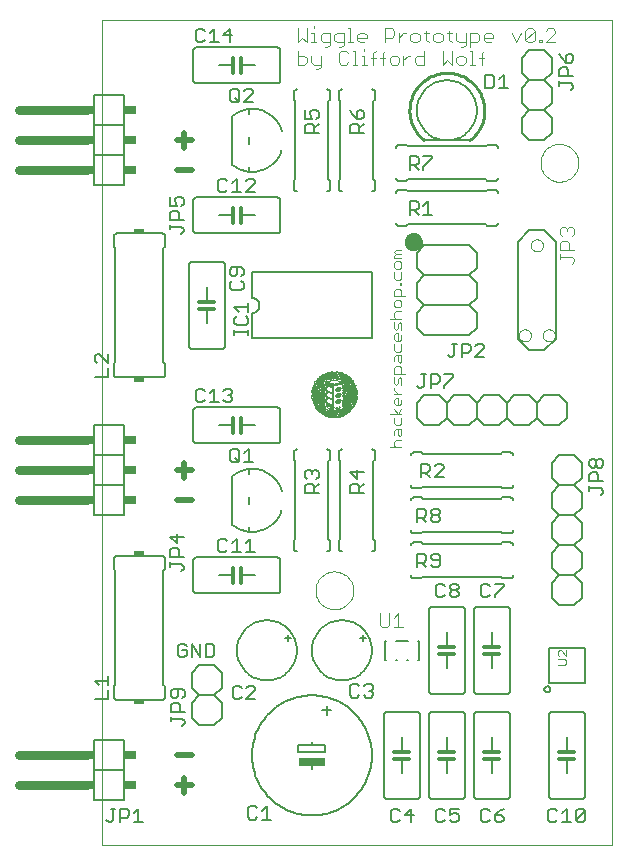
<source format=gto>
G75*
G70*
%OFA0B0*%
%FSLAX24Y24*%
%IPPOS*%
%LPD*%
%AMOC8*
5,1,8,0,0,1.08239X$1,22.5*
%
%ADD10C,0.0000*%
%ADD11C,0.0200*%
%ADD12C,0.0040*%
%ADD13C,0.0030*%
%ADD14C,0.0300*%
%ADD15C,0.0080*%
%ADD16C,0.0060*%
%ADD17R,0.0200X0.0300*%
%ADD18C,0.0050*%
%ADD19R,0.0400X0.0300*%
%ADD20R,0.0900X0.0250*%
%ADD21C,0.0120*%
%ADD22C,0.0100*%
%ADD23R,0.0040X0.0010*%
%ADD24R,0.0020X0.0010*%
%ADD25R,0.0060X0.0010*%
%ADD26R,0.0090X0.0010*%
%ADD27R,0.0080X0.0010*%
%ADD28R,0.0100X0.0010*%
%ADD29R,0.0110X0.0010*%
%ADD30R,0.0120X0.0010*%
%ADD31R,0.0130X0.0010*%
%ADD32R,0.0140X0.0010*%
%ADD33R,0.0150X0.0010*%
%ADD34R,0.0160X0.0010*%
%ADD35R,0.0170X0.0010*%
%ADD36R,0.0180X0.0010*%
%ADD37R,0.0190X0.0010*%
%ADD38R,0.0200X0.0010*%
%ADD39R,0.0220X0.0010*%
%ADD40R,0.0210X0.0010*%
%ADD41R,0.0230X0.0010*%
%ADD42R,0.0240X0.0010*%
%ADD43R,0.0260X0.0010*%
%ADD44R,0.0250X0.0010*%
%ADD45R,0.0280X0.0010*%
%ADD46R,0.0270X0.0010*%
%ADD47R,0.0290X0.0010*%
%ADD48R,0.0300X0.0010*%
%ADD49R,0.0320X0.0010*%
%ADD50R,0.0310X0.0010*%
%ADD51R,0.0330X0.0010*%
%ADD52R,0.0340X0.0010*%
%ADD53R,0.0350X0.0010*%
%ADD54R,0.0360X0.0010*%
%ADD55R,0.0070X0.0010*%
%ADD56R,0.0030X0.0010*%
%ADD57R,0.0050X0.0010*%
%ADD58R,0.0010X0.0010*%
%ADD59R,0.0370X0.0010*%
%ADD60R,0.0390X0.0010*%
%ADD61R,0.0440X0.0010*%
%ADD62R,0.0480X0.0010*%
%ADD63R,0.0520X0.0010*%
%ADD64R,0.0580X0.0010*%
%ADD65R,0.0320X0.0160*%
D10*
X003003Y000151D02*
X003003Y027651D01*
X020003Y027651D01*
X019996Y000151D01*
X003003Y000151D01*
X010123Y008651D02*
X010125Y008701D01*
X010131Y008751D01*
X010141Y008800D01*
X010155Y008848D01*
X010172Y008895D01*
X010193Y008940D01*
X010218Y008984D01*
X010246Y009025D01*
X010278Y009064D01*
X010312Y009101D01*
X010349Y009135D01*
X010389Y009165D01*
X010431Y009192D01*
X010475Y009216D01*
X010521Y009237D01*
X010568Y009253D01*
X010616Y009266D01*
X010666Y009275D01*
X010715Y009280D01*
X010766Y009281D01*
X010816Y009278D01*
X010865Y009271D01*
X010914Y009260D01*
X010962Y009245D01*
X011008Y009227D01*
X011053Y009205D01*
X011096Y009179D01*
X011137Y009150D01*
X011176Y009118D01*
X011212Y009083D01*
X011244Y009045D01*
X011274Y009005D01*
X011301Y008962D01*
X011324Y008918D01*
X011343Y008872D01*
X011359Y008824D01*
X011371Y008775D01*
X011379Y008726D01*
X011383Y008676D01*
X011383Y008626D01*
X011379Y008576D01*
X011371Y008527D01*
X011359Y008478D01*
X011343Y008430D01*
X011324Y008384D01*
X011301Y008340D01*
X011274Y008297D01*
X011244Y008257D01*
X011212Y008219D01*
X011176Y008184D01*
X011137Y008152D01*
X011096Y008123D01*
X011053Y008097D01*
X011008Y008075D01*
X010962Y008057D01*
X010914Y008042D01*
X010865Y008031D01*
X010816Y008024D01*
X010766Y008021D01*
X010715Y008022D01*
X010666Y008027D01*
X010616Y008036D01*
X010568Y008049D01*
X010521Y008065D01*
X010475Y008086D01*
X010431Y008110D01*
X010389Y008137D01*
X010349Y008167D01*
X010312Y008201D01*
X010278Y008238D01*
X010246Y008277D01*
X010218Y008318D01*
X010193Y008362D01*
X010172Y008407D01*
X010155Y008454D01*
X010141Y008502D01*
X010131Y008551D01*
X010125Y008601D01*
X010123Y008651D01*
X016903Y017151D02*
X016905Y017179D01*
X016911Y017206D01*
X016920Y017232D01*
X016933Y017257D01*
X016950Y017280D01*
X016969Y017300D01*
X016991Y017317D01*
X017015Y017331D01*
X017041Y017341D01*
X017068Y017348D01*
X017096Y017351D01*
X017124Y017350D01*
X017151Y017345D01*
X017178Y017336D01*
X017203Y017324D01*
X017226Y017309D01*
X017247Y017290D01*
X017265Y017269D01*
X017280Y017245D01*
X017291Y017219D01*
X017299Y017193D01*
X017303Y017165D01*
X017303Y017137D01*
X017299Y017109D01*
X017291Y017083D01*
X017280Y017057D01*
X017265Y017033D01*
X017247Y017012D01*
X017226Y016993D01*
X017203Y016978D01*
X017178Y016966D01*
X017151Y016957D01*
X017124Y016952D01*
X017096Y016951D01*
X017068Y016954D01*
X017041Y016961D01*
X017015Y016971D01*
X016991Y016985D01*
X016969Y017002D01*
X016950Y017022D01*
X016933Y017045D01*
X016920Y017070D01*
X016911Y017096D01*
X016905Y017123D01*
X016903Y017151D01*
X017703Y017151D02*
X017705Y017179D01*
X017711Y017206D01*
X017720Y017232D01*
X017733Y017257D01*
X017750Y017280D01*
X017769Y017300D01*
X017791Y017317D01*
X017815Y017331D01*
X017841Y017341D01*
X017868Y017348D01*
X017896Y017351D01*
X017924Y017350D01*
X017951Y017345D01*
X017978Y017336D01*
X018003Y017324D01*
X018026Y017309D01*
X018047Y017290D01*
X018065Y017269D01*
X018080Y017245D01*
X018091Y017219D01*
X018099Y017193D01*
X018103Y017165D01*
X018103Y017137D01*
X018099Y017109D01*
X018091Y017083D01*
X018080Y017057D01*
X018065Y017033D01*
X018047Y017012D01*
X018026Y016993D01*
X018003Y016978D01*
X017978Y016966D01*
X017951Y016957D01*
X017924Y016952D01*
X017896Y016951D01*
X017868Y016954D01*
X017841Y016961D01*
X017815Y016971D01*
X017791Y016985D01*
X017769Y017002D01*
X017750Y017022D01*
X017733Y017045D01*
X017720Y017070D01*
X017711Y017096D01*
X017705Y017123D01*
X017703Y017151D01*
X017303Y020151D02*
X017305Y020179D01*
X017311Y020206D01*
X017320Y020232D01*
X017333Y020257D01*
X017350Y020280D01*
X017369Y020300D01*
X017391Y020317D01*
X017415Y020331D01*
X017441Y020341D01*
X017468Y020348D01*
X017496Y020351D01*
X017524Y020350D01*
X017551Y020345D01*
X017578Y020336D01*
X017603Y020324D01*
X017626Y020309D01*
X017647Y020290D01*
X017665Y020269D01*
X017680Y020245D01*
X017691Y020219D01*
X017699Y020193D01*
X017703Y020165D01*
X017703Y020137D01*
X017699Y020109D01*
X017691Y020083D01*
X017680Y020057D01*
X017665Y020033D01*
X017647Y020012D01*
X017626Y019993D01*
X017603Y019978D01*
X017578Y019966D01*
X017551Y019957D01*
X017524Y019952D01*
X017496Y019951D01*
X017468Y019954D01*
X017441Y019961D01*
X017415Y019971D01*
X017391Y019985D01*
X017369Y020002D01*
X017350Y020022D01*
X017333Y020045D01*
X017320Y020070D01*
X017311Y020096D01*
X017305Y020123D01*
X017303Y020151D01*
X017623Y022901D02*
X017625Y022951D01*
X017631Y023001D01*
X017641Y023050D01*
X017655Y023098D01*
X017672Y023145D01*
X017693Y023190D01*
X017718Y023234D01*
X017746Y023275D01*
X017778Y023314D01*
X017812Y023351D01*
X017849Y023385D01*
X017889Y023415D01*
X017931Y023442D01*
X017975Y023466D01*
X018021Y023487D01*
X018068Y023503D01*
X018116Y023516D01*
X018166Y023525D01*
X018215Y023530D01*
X018266Y023531D01*
X018316Y023528D01*
X018365Y023521D01*
X018414Y023510D01*
X018462Y023495D01*
X018508Y023477D01*
X018553Y023455D01*
X018596Y023429D01*
X018637Y023400D01*
X018676Y023368D01*
X018712Y023333D01*
X018744Y023295D01*
X018774Y023255D01*
X018801Y023212D01*
X018824Y023168D01*
X018843Y023122D01*
X018859Y023074D01*
X018871Y023025D01*
X018879Y022976D01*
X018883Y022926D01*
X018883Y022876D01*
X018879Y022826D01*
X018871Y022777D01*
X018859Y022728D01*
X018843Y022680D01*
X018824Y022634D01*
X018801Y022590D01*
X018774Y022547D01*
X018744Y022507D01*
X018712Y022469D01*
X018676Y022434D01*
X018637Y022402D01*
X018596Y022373D01*
X018553Y022347D01*
X018508Y022325D01*
X018462Y022307D01*
X018414Y022292D01*
X018365Y022281D01*
X018316Y022274D01*
X018266Y022271D01*
X018215Y022272D01*
X018166Y022277D01*
X018116Y022286D01*
X018068Y022299D01*
X018021Y022315D01*
X017975Y022336D01*
X017931Y022360D01*
X017889Y022387D01*
X017849Y022417D01*
X017812Y022451D01*
X017778Y022488D01*
X017746Y022527D01*
X017718Y022568D01*
X017693Y022612D01*
X017672Y022657D01*
X017655Y022704D01*
X017641Y022752D01*
X017631Y022801D01*
X017625Y022851D01*
X017623Y022901D01*
D11*
X006003Y022651D02*
X005503Y022651D01*
X005753Y023401D02*
X005753Y023901D01*
X005503Y023651D02*
X006003Y023651D01*
X005753Y012901D02*
X005753Y012401D01*
X005503Y012651D02*
X006003Y012651D01*
X006003Y011651D02*
X005503Y011651D01*
X005503Y003151D02*
X006003Y003151D01*
X005753Y002401D02*
X005753Y002151D01*
X005753Y001901D01*
X005753Y002151D02*
X005503Y002151D01*
X005753Y002151D02*
X006003Y002151D01*
D12*
X012273Y007498D02*
X012350Y007421D01*
X012504Y007421D01*
X012580Y007498D01*
X012580Y007882D01*
X012734Y007728D02*
X012887Y007882D01*
X012887Y007421D01*
X012734Y007421D02*
X013041Y007421D01*
X012273Y007498D02*
X012273Y007882D01*
X018273Y019693D02*
X018273Y019847D01*
X018273Y019770D02*
X018657Y019770D01*
X018733Y019693D01*
X018733Y019617D01*
X018657Y019540D01*
X018733Y020000D02*
X018273Y020000D01*
X018273Y020231D01*
X018350Y020307D01*
X018503Y020307D01*
X018580Y020231D01*
X018580Y020000D01*
X018657Y020461D02*
X018733Y020537D01*
X018733Y020691D01*
X018657Y020768D01*
X018580Y020768D01*
X018503Y020691D01*
X018503Y020614D01*
X018503Y020691D02*
X018427Y020768D01*
X018350Y020768D01*
X018273Y020691D01*
X018273Y020537D01*
X018350Y020461D01*
X015661Y026171D02*
X015661Y026555D01*
X015738Y026632D01*
X015738Y026401D02*
X015585Y026401D01*
X015431Y026171D02*
X015278Y026171D01*
X015355Y026171D02*
X015355Y026632D01*
X015278Y026632D01*
X015278Y026768D02*
X015278Y027228D01*
X015508Y027228D01*
X015585Y027151D01*
X015585Y026998D01*
X015508Y026921D01*
X015278Y026921D01*
X015124Y026921D02*
X014894Y026921D01*
X014817Y026998D01*
X014817Y027228D01*
X014664Y027228D02*
X014511Y027228D01*
X014587Y027305D02*
X014587Y026998D01*
X014664Y026921D01*
X014664Y026632D02*
X014664Y026171D01*
X014511Y026325D01*
X014357Y026171D01*
X014357Y026632D01*
X014280Y026921D02*
X014357Y026998D01*
X014357Y027151D01*
X014280Y027228D01*
X014127Y027228D01*
X014050Y027151D01*
X014050Y026998D01*
X014127Y026921D01*
X014280Y026921D01*
X013897Y026921D02*
X013820Y026998D01*
X013820Y027305D01*
X013743Y027228D02*
X013897Y027228D01*
X013590Y027151D02*
X013513Y027228D01*
X013360Y027228D01*
X013283Y027151D01*
X013283Y026998D01*
X013360Y026921D01*
X013513Y026921D01*
X013590Y026998D01*
X013590Y027151D01*
X013130Y027228D02*
X013053Y027228D01*
X012899Y027075D01*
X012899Y027228D02*
X012899Y026921D01*
X012669Y027075D02*
X012439Y027075D01*
X012439Y026921D02*
X012439Y027382D01*
X012669Y027382D01*
X012746Y027305D01*
X012746Y027151D01*
X012669Y027075D01*
X012439Y026632D02*
X012362Y026555D01*
X012362Y026171D01*
X012286Y026401D02*
X012439Y026401D01*
X012592Y026401D02*
X012669Y026478D01*
X012823Y026478D01*
X012899Y026401D01*
X012899Y026248D01*
X012823Y026171D01*
X012669Y026171D01*
X012592Y026248D01*
X012592Y026401D01*
X012132Y026401D02*
X011979Y026401D01*
X012055Y026555D02*
X012055Y026171D01*
X011825Y026171D02*
X011672Y026171D01*
X011748Y026171D02*
X011748Y026478D01*
X011672Y026478D01*
X011748Y026632D02*
X011748Y026708D01*
X011748Y026921D02*
X011595Y026921D01*
X011518Y026998D01*
X011518Y027151D01*
X011595Y027228D01*
X011748Y027228D01*
X011825Y027151D01*
X011825Y027075D01*
X011518Y027075D01*
X011365Y026921D02*
X011211Y026921D01*
X011288Y026921D02*
X011288Y027382D01*
X011211Y027382D01*
X011058Y027228D02*
X010828Y027228D01*
X010751Y027151D01*
X010751Y026998D01*
X010828Y026921D01*
X011058Y026921D01*
X011058Y026844D02*
X011058Y027228D01*
X011058Y026844D02*
X010981Y026768D01*
X010904Y026768D01*
X010981Y026632D02*
X010905Y026555D01*
X010905Y026248D01*
X010981Y026171D01*
X011135Y026171D01*
X011211Y026248D01*
X011365Y026171D02*
X011518Y026171D01*
X011442Y026171D02*
X011442Y026632D01*
X011365Y026632D01*
X011211Y026555D02*
X011135Y026632D01*
X010981Y026632D01*
X010598Y026844D02*
X010598Y027228D01*
X010367Y027228D01*
X010291Y027151D01*
X010291Y026998D01*
X010367Y026921D01*
X010598Y026921D01*
X010598Y026844D02*
X010521Y026768D01*
X010444Y026768D01*
X010291Y026478D02*
X010291Y026094D01*
X010214Y026018D01*
X010137Y026018D01*
X010061Y026171D02*
X010291Y026171D01*
X010061Y026171D02*
X009984Y026248D01*
X009984Y026478D01*
X009830Y026401D02*
X009754Y026478D01*
X009523Y026478D01*
X009523Y026632D02*
X009523Y026171D01*
X009754Y026171D01*
X009830Y026248D01*
X009830Y026401D01*
X009830Y026921D02*
X009830Y027382D01*
X009984Y027228D02*
X010061Y027228D01*
X010061Y026921D01*
X010137Y026921D02*
X009984Y026921D01*
X009830Y026921D02*
X009677Y027075D01*
X009523Y026921D01*
X009523Y027382D01*
X010061Y027382D02*
X010061Y027458D01*
X012055Y026555D02*
X012132Y026632D01*
X013053Y026478D02*
X013053Y026171D01*
X013053Y026325D02*
X013206Y026478D01*
X013283Y026478D01*
X013436Y026401D02*
X013513Y026478D01*
X013743Y026478D01*
X013743Y026632D02*
X013743Y026171D01*
X013513Y026171D01*
X013436Y026248D01*
X013436Y026401D01*
X014817Y026401D02*
X014817Y026248D01*
X014894Y026171D01*
X015048Y026171D01*
X015124Y026248D01*
X015124Y026401D01*
X015048Y026478D01*
X014894Y026478D01*
X014817Y026401D01*
X014971Y026768D02*
X015048Y026768D01*
X015124Y026844D01*
X015124Y027228D01*
X015738Y027151D02*
X015815Y027228D01*
X015968Y027228D01*
X016045Y027151D01*
X016045Y027075D01*
X015738Y027075D01*
X015738Y027151D02*
X015738Y026998D01*
X015815Y026921D01*
X015968Y026921D01*
X016659Y027228D02*
X016812Y026921D01*
X016966Y027228D01*
X017119Y027305D02*
X017119Y026998D01*
X017426Y027305D01*
X017426Y026998D01*
X017349Y026921D01*
X017196Y026921D01*
X017119Y026998D01*
X017119Y027305D02*
X017196Y027382D01*
X017349Y027382D01*
X017426Y027305D01*
X017580Y026998D02*
X017656Y026998D01*
X017656Y026921D01*
X017580Y026921D01*
X017580Y026998D01*
X017810Y026921D02*
X018117Y027228D01*
X018117Y027305D01*
X018040Y027382D01*
X017886Y027382D01*
X017810Y027305D01*
X017810Y026921D02*
X018117Y026921D01*
D13*
X012988Y019986D02*
X012803Y019986D01*
X012742Y019924D01*
X012803Y019862D01*
X012988Y019862D01*
X012988Y019739D02*
X012742Y019739D01*
X012742Y019800D01*
X012803Y019862D01*
X012803Y019617D02*
X012742Y019556D01*
X012742Y019432D01*
X012803Y019370D01*
X012927Y019370D01*
X012988Y019432D01*
X012988Y019556D01*
X012927Y019617D01*
X012803Y019617D01*
X012742Y019249D02*
X012742Y019064D01*
X012803Y019002D01*
X012927Y019002D01*
X012988Y019064D01*
X012988Y019249D01*
X012988Y018880D02*
X012988Y018818D01*
X012927Y018818D01*
X012927Y018880D01*
X012988Y018880D01*
X012927Y018696D02*
X012988Y018635D01*
X012988Y018450D01*
X013112Y018450D02*
X012742Y018450D01*
X012742Y018635D01*
X012803Y018696D01*
X012927Y018696D01*
X012927Y018328D02*
X012803Y018328D01*
X012742Y018266D01*
X012742Y018143D01*
X012803Y018081D01*
X012927Y018081D01*
X012988Y018143D01*
X012988Y018266D01*
X012927Y018328D01*
X012988Y017960D02*
X012803Y017960D01*
X012742Y017898D01*
X012742Y017775D01*
X012803Y017713D01*
X012742Y017592D02*
X012742Y017406D01*
X012803Y017345D01*
X012865Y017406D01*
X012865Y017530D01*
X012927Y017592D01*
X012988Y017530D01*
X012988Y017345D01*
X012865Y017223D02*
X012865Y016976D01*
X012803Y016976D02*
X012742Y017038D01*
X012742Y017162D01*
X012803Y017223D01*
X012865Y017223D01*
X012988Y017162D02*
X012988Y017038D01*
X012927Y016976D01*
X012803Y016976D01*
X012742Y016855D02*
X012742Y016670D01*
X012803Y016608D01*
X012927Y016608D01*
X012988Y016670D01*
X012988Y016855D01*
X012988Y016487D02*
X012803Y016487D01*
X012742Y016425D01*
X012742Y016301D01*
X012865Y016301D02*
X012865Y016487D01*
X012988Y016487D02*
X012988Y016301D01*
X012927Y016240D01*
X012865Y016301D01*
X012803Y016118D02*
X012927Y016118D01*
X012988Y016057D01*
X012988Y015871D01*
X013112Y015871D02*
X012742Y015871D01*
X012742Y016057D01*
X012803Y016118D01*
X012742Y015750D02*
X012742Y015565D01*
X012803Y015503D01*
X012865Y015565D01*
X012865Y015688D01*
X012927Y015750D01*
X012988Y015688D01*
X012988Y015503D01*
X012742Y015381D02*
X012742Y015320D01*
X012865Y015196D01*
X012865Y015075D02*
X012865Y014828D01*
X012803Y014828D02*
X012742Y014890D01*
X012742Y015013D01*
X012803Y015075D01*
X012865Y015075D01*
X012988Y015013D02*
X012988Y014890D01*
X012927Y014828D01*
X012803Y014828D01*
X012742Y014706D02*
X012865Y014521D01*
X012988Y014706D01*
X012988Y014521D02*
X012618Y014521D01*
X012742Y014400D02*
X012742Y014214D01*
X012803Y014153D01*
X012927Y014153D01*
X012988Y014214D01*
X012988Y014400D01*
X012988Y014031D02*
X012803Y014031D01*
X012742Y013970D01*
X012742Y013846D01*
X012865Y013846D02*
X012865Y014031D01*
X012988Y014031D02*
X012988Y013846D01*
X012927Y013784D01*
X012865Y013846D01*
X012803Y013663D02*
X012988Y013663D01*
X012803Y013663D02*
X012742Y013601D01*
X012742Y013478D01*
X012803Y013416D01*
X012618Y013416D02*
X012988Y013416D01*
X012988Y015196D02*
X012742Y015196D01*
X012618Y017713D02*
X012988Y017713D01*
X018247Y006654D02*
X018198Y006606D01*
X018198Y006509D01*
X018247Y006461D01*
X018198Y006360D02*
X018440Y006360D01*
X018488Y006311D01*
X018488Y006215D01*
X018440Y006166D01*
X018198Y006166D01*
X018488Y006461D02*
X018295Y006654D01*
X018247Y006654D01*
X018488Y006654D02*
X018488Y006461D01*
D14*
X002503Y002151D02*
X000253Y002151D01*
X000253Y003151D02*
X002503Y003151D01*
X002503Y011651D02*
X000253Y011651D01*
X000253Y012651D02*
X002503Y012651D01*
X002503Y013651D02*
X000253Y013651D01*
X000253Y022651D02*
X002503Y022651D01*
X002503Y023651D02*
X000253Y023651D01*
X000253Y024651D02*
X002503Y024651D01*
X013228Y020276D02*
X013230Y020300D01*
X013236Y020324D01*
X013245Y020346D01*
X013258Y020366D01*
X013274Y020384D01*
X013293Y020399D01*
X013314Y020412D01*
X013336Y020420D01*
X013360Y020425D01*
X013384Y020426D01*
X013408Y020423D01*
X013431Y020416D01*
X013453Y020406D01*
X013473Y020392D01*
X013490Y020375D01*
X013505Y020356D01*
X013516Y020335D01*
X013524Y020312D01*
X013528Y020288D01*
X013528Y020264D01*
X013524Y020240D01*
X013516Y020217D01*
X013505Y020196D01*
X013490Y020177D01*
X013473Y020160D01*
X013453Y020146D01*
X013431Y020136D01*
X013408Y020129D01*
X013384Y020126D01*
X013360Y020127D01*
X013336Y020132D01*
X013314Y020140D01*
X013293Y020153D01*
X013274Y020168D01*
X013258Y020186D01*
X013245Y020206D01*
X013236Y020228D01*
X013230Y020252D01*
X013228Y020276D01*
D15*
X013753Y023651D02*
X015253Y023651D01*
X006674Y006862D02*
X006464Y006862D01*
X006464Y006441D01*
X006674Y006441D01*
X006744Y006511D01*
X006744Y006791D01*
X006674Y006862D01*
X006284Y006862D02*
X006284Y006441D01*
X006004Y006862D01*
X006004Y006441D01*
X005824Y006511D02*
X005824Y006651D01*
X005684Y006651D01*
X005824Y006511D02*
X005754Y006441D01*
X005614Y006441D01*
X005543Y006511D01*
X005543Y006791D01*
X005614Y006862D01*
X005754Y006862D01*
X005824Y006791D01*
D16*
X006253Y006151D02*
X006003Y005901D01*
X006003Y005401D01*
X006253Y005151D01*
X006753Y005151D01*
X007003Y005401D01*
X007003Y005901D01*
X006753Y006151D01*
X006253Y006151D01*
X006253Y005151D02*
X006003Y004901D01*
X006003Y004401D01*
X006253Y004151D01*
X006753Y004151D01*
X007003Y004401D01*
X007003Y004901D01*
X006753Y005151D01*
X005103Y005101D02*
X005103Y005451D01*
X005053Y005501D01*
X005053Y009301D01*
X005103Y009351D01*
X005103Y009701D01*
X005101Y009718D01*
X005097Y009735D01*
X005090Y009751D01*
X005080Y009765D01*
X005067Y009778D01*
X005053Y009788D01*
X005037Y009795D01*
X005020Y009799D01*
X005003Y009801D01*
X003503Y009801D01*
X003486Y009799D01*
X003469Y009795D01*
X003453Y009788D01*
X003439Y009778D01*
X003426Y009765D01*
X003416Y009751D01*
X003409Y009735D01*
X003405Y009718D01*
X003403Y009701D01*
X003403Y009351D01*
X003453Y009301D01*
X003453Y005501D01*
X003403Y005451D01*
X003403Y005101D01*
X003405Y005084D01*
X003409Y005067D01*
X003416Y005051D01*
X003426Y005037D01*
X003439Y005024D01*
X003453Y005014D01*
X003469Y005007D01*
X003486Y005003D01*
X003503Y005001D01*
X005003Y005001D01*
X005020Y005003D01*
X005037Y005007D01*
X005053Y005014D01*
X005067Y005024D01*
X005080Y005037D01*
X005090Y005051D01*
X005097Y005067D01*
X005101Y005084D01*
X005103Y005101D01*
X003753Y003651D02*
X002753Y003651D01*
X002753Y002651D01*
X002753Y001651D01*
X003753Y001651D01*
X003753Y002651D01*
X003753Y003651D01*
X003753Y002651D02*
X002753Y002651D01*
X006153Y008551D02*
X008853Y008551D01*
X008870Y008553D01*
X008887Y008557D01*
X008903Y008564D01*
X008917Y008574D01*
X008930Y008587D01*
X008940Y008601D01*
X008947Y008617D01*
X008951Y008634D01*
X008953Y008651D01*
X008953Y009651D01*
X008951Y009668D01*
X008947Y009685D01*
X008940Y009701D01*
X008930Y009715D01*
X008917Y009728D01*
X008903Y009738D01*
X008887Y009745D01*
X008870Y009749D01*
X008853Y009751D01*
X006153Y009751D01*
X006136Y009749D01*
X006119Y009745D01*
X006103Y009738D01*
X006089Y009728D01*
X006076Y009715D01*
X006066Y009701D01*
X006059Y009685D01*
X006055Y009668D01*
X006053Y009651D01*
X006053Y008651D01*
X006055Y008634D01*
X006059Y008617D01*
X006066Y008601D01*
X006076Y008587D01*
X006089Y008574D01*
X006103Y008564D01*
X006119Y008557D01*
X006136Y008553D01*
X006153Y008551D01*
X006903Y009151D02*
X007383Y009151D01*
X007633Y009151D02*
X008103Y009151D01*
X009403Y010051D02*
X009403Y010301D01*
X009453Y010351D01*
X009453Y012951D01*
X009403Y013001D01*
X009403Y013251D01*
X009405Y013268D01*
X009409Y013285D01*
X009416Y013301D01*
X009426Y013315D01*
X009439Y013328D01*
X009453Y013338D01*
X009469Y013345D01*
X009486Y013349D01*
X009503Y013351D01*
X008953Y013651D02*
X008953Y014651D01*
X008951Y014668D01*
X008947Y014685D01*
X008940Y014701D01*
X008930Y014715D01*
X008917Y014728D01*
X008903Y014738D01*
X008887Y014745D01*
X008870Y014749D01*
X008853Y014751D01*
X006153Y014751D01*
X006136Y014749D01*
X006119Y014745D01*
X006103Y014738D01*
X006089Y014728D01*
X006076Y014715D01*
X006066Y014701D01*
X006059Y014685D01*
X006055Y014668D01*
X006053Y014651D01*
X006053Y013651D01*
X006055Y013634D01*
X006059Y013617D01*
X006066Y013601D01*
X006076Y013587D01*
X006089Y013574D01*
X006103Y013564D01*
X006119Y013557D01*
X006136Y013553D01*
X006153Y013551D01*
X008853Y013551D01*
X008870Y013553D01*
X008887Y013557D01*
X008903Y013564D01*
X008917Y013574D01*
X008930Y013587D01*
X008940Y013601D01*
X008947Y013617D01*
X008951Y013634D01*
X008953Y013651D01*
X008103Y014151D02*
X007633Y014151D01*
X007383Y014151D02*
X006903Y014151D01*
X005103Y015851D02*
X005103Y016201D01*
X005053Y016251D01*
X005053Y020051D01*
X005103Y020101D01*
X005103Y020451D01*
X005101Y020468D01*
X005097Y020485D01*
X005090Y020501D01*
X005080Y020515D01*
X005067Y020528D01*
X005053Y020538D01*
X005037Y020545D01*
X005020Y020549D01*
X005003Y020551D01*
X003503Y020551D01*
X003486Y020549D01*
X003469Y020545D01*
X003453Y020538D01*
X003439Y020528D01*
X003426Y020515D01*
X003416Y020501D01*
X003409Y020485D01*
X003405Y020468D01*
X003403Y020451D01*
X003403Y020101D01*
X003453Y020051D01*
X003453Y016251D01*
X003403Y016201D01*
X003403Y015851D01*
X003405Y015834D01*
X003409Y015817D01*
X003416Y015801D01*
X003426Y015787D01*
X003439Y015774D01*
X003453Y015764D01*
X003469Y015757D01*
X003486Y015753D01*
X003503Y015751D01*
X005003Y015751D01*
X005020Y015753D01*
X005037Y015757D01*
X005053Y015764D01*
X005067Y015774D01*
X005080Y015787D01*
X005090Y015801D01*
X005097Y015817D01*
X005101Y015834D01*
X005103Y015851D01*
X006003Y016701D02*
X007003Y016701D01*
X007020Y016703D01*
X007037Y016707D01*
X007053Y016714D01*
X007067Y016724D01*
X007080Y016737D01*
X007090Y016751D01*
X007097Y016767D01*
X007101Y016784D01*
X007103Y016801D01*
X007103Y019501D01*
X007101Y019518D01*
X007097Y019535D01*
X007090Y019551D01*
X007080Y019565D01*
X007067Y019578D01*
X007053Y019588D01*
X007037Y019595D01*
X007020Y019599D01*
X007003Y019601D01*
X006003Y019601D01*
X005986Y019599D01*
X005969Y019595D01*
X005953Y019588D01*
X005939Y019578D01*
X005926Y019565D01*
X005916Y019551D01*
X005909Y019535D01*
X005905Y019518D01*
X005903Y019501D01*
X005903Y016801D01*
X005905Y016784D01*
X005909Y016767D01*
X005916Y016751D01*
X005926Y016737D01*
X005939Y016724D01*
X005953Y016714D01*
X005969Y016707D01*
X005986Y016703D01*
X006003Y016701D01*
X006503Y017551D02*
X006503Y018021D01*
X006503Y018271D02*
X006503Y018751D01*
X006153Y020551D02*
X008853Y020551D01*
X008870Y020553D01*
X008887Y020557D01*
X008903Y020564D01*
X008917Y020574D01*
X008930Y020587D01*
X008940Y020601D01*
X008947Y020617D01*
X008951Y020634D01*
X008953Y020651D01*
X008953Y021651D01*
X008951Y021668D01*
X008947Y021685D01*
X008940Y021701D01*
X008930Y021715D01*
X008917Y021728D01*
X008903Y021738D01*
X008887Y021745D01*
X008870Y021749D01*
X008853Y021751D01*
X006153Y021751D01*
X006136Y021749D01*
X006119Y021745D01*
X006103Y021738D01*
X006089Y021728D01*
X006076Y021715D01*
X006066Y021701D01*
X006059Y021685D01*
X006055Y021668D01*
X006053Y021651D01*
X006053Y020651D01*
X006055Y020634D01*
X006059Y020617D01*
X006066Y020601D01*
X006076Y020587D01*
X006089Y020574D01*
X006103Y020564D01*
X006119Y020557D01*
X006136Y020553D01*
X006153Y020551D01*
X006903Y021151D02*
X007383Y021151D01*
X007633Y021151D02*
X008103Y021151D01*
X009403Y022051D02*
X009403Y022301D01*
X009453Y022351D01*
X009453Y024951D01*
X009403Y025001D01*
X009403Y025251D01*
X009405Y025268D01*
X009409Y025285D01*
X009416Y025301D01*
X009426Y025315D01*
X009439Y025328D01*
X009453Y025338D01*
X009469Y025345D01*
X009486Y025349D01*
X009503Y025351D01*
X008953Y025651D02*
X008953Y026651D01*
X008951Y026668D01*
X008947Y026685D01*
X008940Y026701D01*
X008930Y026715D01*
X008917Y026728D01*
X008903Y026738D01*
X008887Y026745D01*
X008870Y026749D01*
X008853Y026751D01*
X006153Y026751D01*
X006136Y026749D01*
X006119Y026745D01*
X006103Y026738D01*
X006089Y026728D01*
X006076Y026715D01*
X006066Y026701D01*
X006059Y026685D01*
X006055Y026668D01*
X006053Y026651D01*
X006053Y025651D01*
X006055Y025634D01*
X006059Y025617D01*
X006066Y025601D01*
X006076Y025587D01*
X006089Y025574D01*
X006103Y025564D01*
X006119Y025557D01*
X006136Y025553D01*
X006153Y025551D01*
X008853Y025551D01*
X008870Y025553D01*
X008887Y025557D01*
X008903Y025564D01*
X008917Y025574D01*
X008930Y025587D01*
X008940Y025601D01*
X008947Y025617D01*
X008951Y025634D01*
X008953Y025651D01*
X008103Y026151D02*
X007633Y026151D01*
X007383Y026151D02*
X006903Y026151D01*
X009403Y022051D02*
X009405Y022034D01*
X009409Y022017D01*
X009416Y022001D01*
X009426Y021987D01*
X009439Y021974D01*
X009453Y021964D01*
X009469Y021957D01*
X009486Y021953D01*
X009503Y021951D01*
X010503Y021951D02*
X010520Y021953D01*
X010537Y021957D01*
X010553Y021964D01*
X010567Y021974D01*
X010580Y021987D01*
X010590Y022001D01*
X010597Y022017D01*
X010601Y022034D01*
X010603Y022051D01*
X010603Y022301D01*
X010553Y022351D01*
X010553Y024951D01*
X010603Y025001D01*
X010603Y025251D01*
X010601Y025268D01*
X010597Y025285D01*
X010590Y025301D01*
X010580Y025315D01*
X010567Y025328D01*
X010553Y025338D01*
X010537Y025345D01*
X010520Y025349D01*
X010503Y025351D01*
X010903Y025251D02*
X010903Y025001D01*
X010953Y024951D01*
X010953Y022351D01*
X010903Y022301D01*
X010903Y022051D01*
X010905Y022034D01*
X010909Y022017D01*
X010916Y022001D01*
X010926Y021987D01*
X010939Y021974D01*
X010953Y021964D01*
X010969Y021957D01*
X010986Y021953D01*
X011003Y021951D01*
X012003Y021951D02*
X012020Y021953D01*
X012037Y021957D01*
X012053Y021964D01*
X012067Y021974D01*
X012080Y021987D01*
X012090Y022001D01*
X012097Y022017D01*
X012101Y022034D01*
X012103Y022051D01*
X012103Y022301D01*
X012053Y022351D01*
X012053Y024951D01*
X012103Y025001D01*
X012103Y025251D01*
X012101Y025268D01*
X012097Y025285D01*
X012090Y025301D01*
X012080Y025315D01*
X012067Y025328D01*
X012053Y025338D01*
X012037Y025345D01*
X012020Y025349D01*
X012003Y025351D01*
X011003Y025351D02*
X010986Y025349D01*
X010969Y025345D01*
X010953Y025338D01*
X010939Y025328D01*
X010926Y025315D01*
X010916Y025301D01*
X010909Y025285D01*
X010905Y025268D01*
X010903Y025251D01*
X012903Y023501D02*
X013153Y023501D01*
X013203Y023451D01*
X015803Y023451D01*
X015853Y023501D01*
X016103Y023501D01*
X016120Y023499D01*
X016137Y023495D01*
X016153Y023488D01*
X016167Y023478D01*
X016180Y023465D01*
X016190Y023451D01*
X016197Y023435D01*
X016201Y023418D01*
X016203Y023401D01*
X017003Y023901D02*
X017003Y024401D01*
X017253Y024651D01*
X017003Y024901D01*
X017003Y025401D01*
X017253Y025651D01*
X017003Y025901D01*
X017003Y026401D01*
X017253Y026651D01*
X017753Y026651D01*
X018003Y026401D01*
X018003Y025901D01*
X017753Y025651D01*
X018003Y025401D01*
X018003Y024901D01*
X017753Y024651D01*
X018003Y024401D01*
X018003Y023901D01*
X017753Y023651D01*
X017253Y023651D01*
X017003Y023901D01*
X017253Y024651D02*
X017753Y024651D01*
X017753Y025651D02*
X017253Y025651D01*
X016203Y022401D02*
X016201Y022384D01*
X016197Y022367D01*
X016190Y022351D01*
X016180Y022337D01*
X016167Y022324D01*
X016153Y022314D01*
X016137Y022307D01*
X016120Y022303D01*
X016103Y022301D01*
X015853Y022301D01*
X015803Y022351D01*
X013203Y022351D01*
X013153Y022301D01*
X012903Y022301D01*
X012886Y022303D01*
X012869Y022307D01*
X012853Y022314D01*
X012839Y022324D01*
X012826Y022337D01*
X012816Y022351D01*
X012809Y022367D01*
X012805Y022384D01*
X012803Y022401D01*
X012903Y022001D02*
X013153Y022001D01*
X013203Y021951D01*
X015803Y021951D01*
X015853Y022001D01*
X016103Y022001D01*
X016120Y021999D01*
X016137Y021995D01*
X016153Y021988D01*
X016167Y021978D01*
X016180Y021965D01*
X016190Y021951D01*
X016197Y021935D01*
X016201Y021918D01*
X016203Y021901D01*
X016203Y020901D02*
X016201Y020884D01*
X016197Y020867D01*
X016190Y020851D01*
X016180Y020837D01*
X016167Y020824D01*
X016153Y020814D01*
X016137Y020807D01*
X016120Y020803D01*
X016103Y020801D01*
X015853Y020801D01*
X015803Y020851D01*
X013203Y020851D01*
X013153Y020801D01*
X012903Y020801D01*
X012886Y020803D01*
X012869Y020807D01*
X012853Y020814D01*
X012839Y020824D01*
X012826Y020837D01*
X012816Y020851D01*
X012809Y020867D01*
X012805Y020884D01*
X012803Y020901D01*
X012803Y021901D02*
X012805Y021918D01*
X012809Y021935D01*
X012816Y021951D01*
X012826Y021965D01*
X012839Y021978D01*
X012853Y021988D01*
X012869Y021995D01*
X012886Y021999D01*
X012903Y022001D01*
X012803Y023401D02*
X012805Y023418D01*
X012809Y023435D01*
X012816Y023451D01*
X012826Y023465D01*
X012839Y023478D01*
X012853Y023488D01*
X012869Y023495D01*
X012886Y023499D01*
X012903Y023501D01*
X013503Y024651D02*
X013505Y024714D01*
X013511Y024776D01*
X013521Y024838D01*
X013534Y024900D01*
X013552Y024960D01*
X013573Y025019D01*
X013598Y025077D01*
X013627Y025133D01*
X013659Y025187D01*
X013694Y025239D01*
X013732Y025288D01*
X013774Y025336D01*
X013818Y025380D01*
X013866Y025422D01*
X013915Y025460D01*
X013967Y025495D01*
X014021Y025527D01*
X014077Y025556D01*
X014135Y025581D01*
X014194Y025602D01*
X014254Y025620D01*
X014316Y025633D01*
X014378Y025643D01*
X014440Y025649D01*
X014503Y025651D01*
X014566Y025649D01*
X014628Y025643D01*
X014690Y025633D01*
X014752Y025620D01*
X014812Y025602D01*
X014871Y025581D01*
X014929Y025556D01*
X014985Y025527D01*
X015039Y025495D01*
X015091Y025460D01*
X015140Y025422D01*
X015188Y025380D01*
X015232Y025336D01*
X015274Y025288D01*
X015312Y025239D01*
X015347Y025187D01*
X015379Y025133D01*
X015408Y025077D01*
X015433Y025019D01*
X015454Y024960D01*
X015472Y024900D01*
X015485Y024838D01*
X015495Y024776D01*
X015501Y024714D01*
X015503Y024651D01*
X015501Y024588D01*
X015495Y024526D01*
X015485Y024464D01*
X015472Y024402D01*
X015454Y024342D01*
X015433Y024283D01*
X015408Y024225D01*
X015379Y024169D01*
X015347Y024115D01*
X015312Y024063D01*
X015274Y024014D01*
X015232Y023966D01*
X015188Y023922D01*
X015140Y023880D01*
X015091Y023842D01*
X015039Y023807D01*
X014985Y023775D01*
X014929Y023746D01*
X014871Y023721D01*
X014812Y023700D01*
X014752Y023682D01*
X014690Y023669D01*
X014628Y023659D01*
X014566Y023653D01*
X014503Y023651D01*
X014440Y023653D01*
X014378Y023659D01*
X014316Y023669D01*
X014254Y023682D01*
X014194Y023700D01*
X014135Y023721D01*
X014077Y023746D01*
X014021Y023775D01*
X013967Y023807D01*
X013915Y023842D01*
X013866Y023880D01*
X013818Y023922D01*
X013774Y023966D01*
X013732Y024014D01*
X013694Y024063D01*
X013659Y024115D01*
X013627Y024169D01*
X013598Y024225D01*
X013573Y024283D01*
X013552Y024342D01*
X013534Y024402D01*
X013521Y024464D01*
X013511Y024526D01*
X013505Y024588D01*
X013503Y024651D01*
X013753Y020151D02*
X015253Y020151D01*
X015503Y019901D01*
X015503Y019401D01*
X015253Y019151D01*
X013753Y019151D01*
X013503Y018901D01*
X013503Y018401D01*
X013753Y018151D01*
X013503Y017901D01*
X013503Y017401D01*
X013753Y017151D01*
X015253Y017151D01*
X015503Y017401D01*
X015503Y017901D01*
X015253Y018151D01*
X013753Y018151D01*
X013753Y019151D02*
X013503Y019401D01*
X013503Y019901D01*
X013753Y020151D01*
X015253Y019151D02*
X015503Y018901D01*
X015503Y018401D01*
X015253Y018151D01*
X015253Y015151D02*
X014753Y015151D01*
X014503Y014901D01*
X014503Y014401D01*
X014753Y014151D01*
X015253Y014151D01*
X015503Y014401D01*
X015503Y014901D01*
X015253Y015151D01*
X015503Y014901D02*
X015753Y015151D01*
X016253Y015151D01*
X016503Y014901D01*
X016753Y015151D01*
X017253Y015151D01*
X017503Y014901D01*
X017753Y015151D01*
X018253Y015151D01*
X018503Y014901D01*
X018503Y014401D01*
X018253Y014151D01*
X017753Y014151D01*
X017503Y014401D01*
X017253Y014151D01*
X016753Y014151D01*
X016503Y014401D01*
X016253Y014151D01*
X015753Y014151D01*
X015503Y014401D01*
X016353Y013251D02*
X016303Y013201D01*
X013703Y013201D01*
X013653Y013251D01*
X013403Y013251D01*
X013386Y013249D01*
X013369Y013245D01*
X013353Y013238D01*
X013339Y013228D01*
X013326Y013215D01*
X013316Y013201D01*
X013309Y013185D01*
X013305Y013168D01*
X013303Y013151D01*
X013753Y014151D02*
X014253Y014151D01*
X014503Y014401D01*
X014503Y014901D02*
X014253Y015151D01*
X013753Y015151D01*
X013503Y014901D01*
X013503Y014401D01*
X013753Y014151D01*
X013303Y012151D02*
X013305Y012134D01*
X013309Y012117D01*
X013316Y012101D01*
X013326Y012087D01*
X013339Y012074D01*
X013353Y012064D01*
X013369Y012057D01*
X013386Y012053D01*
X013403Y012051D01*
X013653Y012051D01*
X013703Y012101D01*
X016303Y012101D01*
X016353Y012051D01*
X016603Y012051D01*
X016620Y012053D01*
X016637Y012057D01*
X016653Y012064D01*
X016667Y012074D01*
X016680Y012087D01*
X016690Y012101D01*
X016697Y012117D01*
X016701Y012134D01*
X016703Y012151D01*
X016603Y011751D02*
X016353Y011751D01*
X016303Y011701D01*
X013703Y011701D01*
X013653Y011751D01*
X013403Y011751D01*
X013386Y011749D01*
X013369Y011745D01*
X013353Y011738D01*
X013339Y011728D01*
X013326Y011715D01*
X013316Y011701D01*
X013309Y011685D01*
X013305Y011668D01*
X013303Y011651D01*
X013303Y010651D02*
X013305Y010634D01*
X013309Y010617D01*
X013316Y010601D01*
X013326Y010587D01*
X013339Y010574D01*
X013353Y010564D01*
X013369Y010557D01*
X013386Y010553D01*
X013403Y010551D01*
X013653Y010551D01*
X013703Y010601D01*
X016303Y010601D01*
X016353Y010551D01*
X016603Y010551D01*
X016620Y010553D01*
X016637Y010557D01*
X016653Y010564D01*
X016667Y010574D01*
X016680Y010587D01*
X016690Y010601D01*
X016697Y010617D01*
X016701Y010634D01*
X016703Y010651D01*
X016603Y010251D02*
X016353Y010251D01*
X016303Y010201D01*
X013703Y010201D01*
X013653Y010251D01*
X013403Y010251D01*
X013386Y010249D01*
X013369Y010245D01*
X013353Y010238D01*
X013339Y010228D01*
X013326Y010215D01*
X013316Y010201D01*
X013309Y010185D01*
X013305Y010168D01*
X013303Y010151D01*
X013303Y009151D02*
X013305Y009134D01*
X013309Y009117D01*
X013316Y009101D01*
X013326Y009087D01*
X013339Y009074D01*
X013353Y009064D01*
X013369Y009057D01*
X013386Y009053D01*
X013403Y009051D01*
X013653Y009051D01*
X013703Y009101D01*
X016303Y009101D01*
X016353Y009051D01*
X016603Y009051D01*
X016620Y009053D01*
X016637Y009057D01*
X016653Y009064D01*
X016667Y009074D01*
X016680Y009087D01*
X016690Y009101D01*
X016697Y009117D01*
X016701Y009134D01*
X016703Y009151D01*
X016503Y008101D02*
X015503Y008101D01*
X015486Y008099D01*
X015469Y008095D01*
X015453Y008088D01*
X015439Y008078D01*
X015426Y008065D01*
X015416Y008051D01*
X015409Y008035D01*
X015405Y008018D01*
X015403Y008001D01*
X015403Y005301D01*
X015405Y005284D01*
X015409Y005267D01*
X015416Y005251D01*
X015426Y005237D01*
X015439Y005224D01*
X015453Y005214D01*
X015469Y005207D01*
X015486Y005203D01*
X015503Y005201D01*
X016503Y005201D01*
X016520Y005203D01*
X016537Y005207D01*
X016553Y005214D01*
X016567Y005224D01*
X016580Y005237D01*
X016590Y005251D01*
X016597Y005267D01*
X016601Y005284D01*
X016603Y005301D01*
X016603Y008001D01*
X016601Y008018D01*
X016597Y008035D01*
X016590Y008051D01*
X016580Y008065D01*
X016567Y008078D01*
X016553Y008088D01*
X016537Y008095D01*
X016520Y008099D01*
X016503Y008101D01*
X016003Y007251D02*
X016003Y006771D01*
X016003Y006521D02*
X016003Y006051D01*
X015103Y005301D02*
X015103Y008001D01*
X015101Y008018D01*
X015097Y008035D01*
X015090Y008051D01*
X015080Y008065D01*
X015067Y008078D01*
X015053Y008088D01*
X015037Y008095D01*
X015020Y008099D01*
X015003Y008101D01*
X014003Y008101D01*
X013986Y008099D01*
X013969Y008095D01*
X013953Y008088D01*
X013939Y008078D01*
X013926Y008065D01*
X013916Y008051D01*
X013909Y008035D01*
X013905Y008018D01*
X013903Y008001D01*
X013903Y005301D01*
X013905Y005284D01*
X013909Y005267D01*
X013916Y005251D01*
X013926Y005237D01*
X013939Y005224D01*
X013953Y005214D01*
X013969Y005207D01*
X013986Y005203D01*
X014003Y005201D01*
X015003Y005201D01*
X015020Y005203D01*
X015037Y005207D01*
X015053Y005214D01*
X015067Y005224D01*
X015080Y005237D01*
X015090Y005251D01*
X015097Y005267D01*
X015101Y005284D01*
X015103Y005301D01*
X015003Y004601D02*
X014003Y004601D01*
X013986Y004599D01*
X013969Y004595D01*
X013953Y004588D01*
X013939Y004578D01*
X013926Y004565D01*
X013916Y004551D01*
X013909Y004535D01*
X013905Y004518D01*
X013903Y004501D01*
X013903Y001801D01*
X013905Y001784D01*
X013909Y001767D01*
X013916Y001751D01*
X013926Y001737D01*
X013939Y001724D01*
X013953Y001714D01*
X013969Y001707D01*
X013986Y001703D01*
X014003Y001701D01*
X015003Y001701D01*
X015020Y001703D01*
X015037Y001707D01*
X015053Y001714D01*
X015067Y001724D01*
X015080Y001737D01*
X015090Y001751D01*
X015097Y001767D01*
X015101Y001784D01*
X015103Y001801D01*
X015103Y004501D01*
X015101Y004518D01*
X015097Y004535D01*
X015090Y004551D01*
X015080Y004565D01*
X015067Y004578D01*
X015053Y004588D01*
X015037Y004595D01*
X015020Y004599D01*
X015003Y004601D01*
X015403Y004501D02*
X015403Y001801D01*
X015405Y001784D01*
X015409Y001767D01*
X015416Y001751D01*
X015426Y001737D01*
X015439Y001724D01*
X015453Y001714D01*
X015469Y001707D01*
X015486Y001703D01*
X015503Y001701D01*
X016503Y001701D01*
X016520Y001703D01*
X016537Y001707D01*
X016553Y001714D01*
X016567Y001724D01*
X016580Y001737D01*
X016590Y001751D01*
X016597Y001767D01*
X016601Y001784D01*
X016603Y001801D01*
X016603Y004501D01*
X016601Y004518D01*
X016597Y004535D01*
X016590Y004551D01*
X016580Y004565D01*
X016567Y004578D01*
X016553Y004588D01*
X016537Y004595D01*
X016520Y004599D01*
X016503Y004601D01*
X015503Y004601D01*
X015486Y004599D01*
X015469Y004595D01*
X015453Y004588D01*
X015439Y004578D01*
X015426Y004565D01*
X015416Y004551D01*
X015409Y004535D01*
X015405Y004518D01*
X015403Y004501D01*
X016003Y003751D02*
X016003Y003271D01*
X016003Y003021D02*
X016003Y002551D01*
X014503Y002551D02*
X014503Y003021D01*
X014503Y003271D02*
X014503Y003751D01*
X013603Y004501D02*
X013603Y001801D01*
X013601Y001784D01*
X013597Y001767D01*
X013590Y001751D01*
X013580Y001737D01*
X013567Y001724D01*
X013553Y001714D01*
X013537Y001707D01*
X013520Y001703D01*
X013503Y001701D01*
X012503Y001701D01*
X012486Y001703D01*
X012469Y001707D01*
X012453Y001714D01*
X012439Y001724D01*
X012426Y001737D01*
X012416Y001751D01*
X012409Y001767D01*
X012405Y001784D01*
X012403Y001801D01*
X012403Y004501D01*
X012405Y004518D01*
X012409Y004535D01*
X012416Y004551D01*
X012426Y004565D01*
X012439Y004578D01*
X012453Y004588D01*
X012469Y004595D01*
X012486Y004599D01*
X012503Y004601D01*
X013503Y004601D01*
X013520Y004599D01*
X013537Y004595D01*
X013553Y004588D01*
X013567Y004578D01*
X013580Y004565D01*
X013590Y004551D01*
X013597Y004535D01*
X013601Y004518D01*
X013603Y004501D01*
X013003Y003751D02*
X013003Y003271D01*
X013003Y003021D02*
X013003Y002551D01*
X010653Y004651D02*
X010353Y004651D01*
X010503Y004501D02*
X010503Y004801D01*
X010003Y003601D02*
X010003Y003501D01*
X010453Y003501D01*
X010453Y003251D01*
X009553Y003251D01*
X009553Y003501D01*
X010003Y003501D01*
X008003Y003151D02*
X008005Y003249D01*
X008013Y003347D01*
X008025Y003444D01*
X008041Y003541D01*
X008063Y003637D01*
X008089Y003732D01*
X008120Y003825D01*
X008155Y003916D01*
X008195Y004006D01*
X008239Y004094D01*
X008288Y004179D01*
X008340Y004262D01*
X008397Y004342D01*
X008457Y004420D01*
X008521Y004494D01*
X008589Y004565D01*
X008660Y004633D01*
X008734Y004697D01*
X008812Y004757D01*
X008892Y004814D01*
X008975Y004866D01*
X009060Y004915D01*
X009148Y004959D01*
X009238Y004999D01*
X009329Y005034D01*
X009422Y005065D01*
X009517Y005091D01*
X009613Y005113D01*
X009710Y005129D01*
X009807Y005141D01*
X009905Y005149D01*
X010003Y005151D01*
X010101Y005149D01*
X010199Y005141D01*
X010296Y005129D01*
X010393Y005113D01*
X010489Y005091D01*
X010584Y005065D01*
X010677Y005034D01*
X010768Y004999D01*
X010858Y004959D01*
X010946Y004915D01*
X011031Y004866D01*
X011114Y004814D01*
X011194Y004757D01*
X011272Y004697D01*
X011346Y004633D01*
X011417Y004565D01*
X011485Y004494D01*
X011549Y004420D01*
X011609Y004342D01*
X011666Y004262D01*
X011718Y004179D01*
X011767Y004094D01*
X011811Y004006D01*
X011851Y003916D01*
X011886Y003825D01*
X011917Y003732D01*
X011943Y003637D01*
X011965Y003541D01*
X011981Y003444D01*
X011993Y003347D01*
X012001Y003249D01*
X012003Y003151D01*
X012001Y003053D01*
X011993Y002955D01*
X011981Y002858D01*
X011965Y002761D01*
X011943Y002665D01*
X011917Y002570D01*
X011886Y002477D01*
X011851Y002386D01*
X011811Y002296D01*
X011767Y002208D01*
X011718Y002123D01*
X011666Y002040D01*
X011609Y001960D01*
X011549Y001882D01*
X011485Y001808D01*
X011417Y001737D01*
X011346Y001669D01*
X011272Y001605D01*
X011194Y001545D01*
X011114Y001488D01*
X011031Y001436D01*
X010946Y001387D01*
X010858Y001343D01*
X010768Y001303D01*
X010677Y001268D01*
X010584Y001237D01*
X010489Y001211D01*
X010393Y001189D01*
X010296Y001173D01*
X010199Y001161D01*
X010101Y001153D01*
X010003Y001151D01*
X009905Y001153D01*
X009807Y001161D01*
X009710Y001173D01*
X009613Y001189D01*
X009517Y001211D01*
X009422Y001237D01*
X009329Y001268D01*
X009238Y001303D01*
X009148Y001343D01*
X009060Y001387D01*
X008975Y001436D01*
X008892Y001488D01*
X008812Y001545D01*
X008734Y001605D01*
X008660Y001669D01*
X008589Y001737D01*
X008521Y001808D01*
X008457Y001882D01*
X008397Y001960D01*
X008340Y002040D01*
X008288Y002123D01*
X008239Y002208D01*
X008195Y002296D01*
X008155Y002386D01*
X008120Y002477D01*
X008089Y002570D01*
X008063Y002665D01*
X008041Y002761D01*
X008025Y002858D01*
X008013Y002955D01*
X008005Y003053D01*
X008003Y003151D01*
X010003Y002901D02*
X010003Y002701D01*
X012444Y006332D02*
X012481Y006332D01*
X012444Y006332D02*
X012444Y006970D01*
X012481Y006970D01*
X012798Y006970D02*
X013209Y006970D01*
X013526Y006970D02*
X013563Y006970D01*
X013563Y006332D01*
X013526Y006332D01*
X013209Y006332D02*
X013172Y006332D01*
X012835Y006332D02*
X012798Y006332D01*
X011803Y007051D02*
X011603Y007051D01*
X011703Y007151D02*
X011703Y006951D01*
X010003Y006651D02*
X010005Y006714D01*
X010011Y006776D01*
X010021Y006838D01*
X010034Y006900D01*
X010052Y006960D01*
X010073Y007019D01*
X010098Y007077D01*
X010127Y007133D01*
X010159Y007187D01*
X010194Y007239D01*
X010232Y007288D01*
X010274Y007336D01*
X010318Y007380D01*
X010366Y007422D01*
X010415Y007460D01*
X010467Y007495D01*
X010521Y007527D01*
X010577Y007556D01*
X010635Y007581D01*
X010694Y007602D01*
X010754Y007620D01*
X010816Y007633D01*
X010878Y007643D01*
X010940Y007649D01*
X011003Y007651D01*
X011066Y007649D01*
X011128Y007643D01*
X011190Y007633D01*
X011252Y007620D01*
X011312Y007602D01*
X011371Y007581D01*
X011429Y007556D01*
X011485Y007527D01*
X011539Y007495D01*
X011591Y007460D01*
X011640Y007422D01*
X011688Y007380D01*
X011732Y007336D01*
X011774Y007288D01*
X011812Y007239D01*
X011847Y007187D01*
X011879Y007133D01*
X011908Y007077D01*
X011933Y007019D01*
X011954Y006960D01*
X011972Y006900D01*
X011985Y006838D01*
X011995Y006776D01*
X012001Y006714D01*
X012003Y006651D01*
X012001Y006588D01*
X011995Y006526D01*
X011985Y006464D01*
X011972Y006402D01*
X011954Y006342D01*
X011933Y006283D01*
X011908Y006225D01*
X011879Y006169D01*
X011847Y006115D01*
X011812Y006063D01*
X011774Y006014D01*
X011732Y005966D01*
X011688Y005922D01*
X011640Y005880D01*
X011591Y005842D01*
X011539Y005807D01*
X011485Y005775D01*
X011429Y005746D01*
X011371Y005721D01*
X011312Y005700D01*
X011252Y005682D01*
X011190Y005669D01*
X011128Y005659D01*
X011066Y005653D01*
X011003Y005651D01*
X010940Y005653D01*
X010878Y005659D01*
X010816Y005669D01*
X010754Y005682D01*
X010694Y005700D01*
X010635Y005721D01*
X010577Y005746D01*
X010521Y005775D01*
X010467Y005807D01*
X010415Y005842D01*
X010366Y005880D01*
X010318Y005922D01*
X010274Y005966D01*
X010232Y006014D01*
X010194Y006063D01*
X010159Y006115D01*
X010127Y006169D01*
X010098Y006225D01*
X010073Y006283D01*
X010052Y006342D01*
X010034Y006402D01*
X010021Y006464D01*
X010011Y006526D01*
X010005Y006588D01*
X010003Y006651D01*
X009303Y007051D02*
X009103Y007051D01*
X009203Y007151D02*
X009203Y006951D01*
X007503Y006651D02*
X007505Y006714D01*
X007511Y006776D01*
X007521Y006838D01*
X007534Y006900D01*
X007552Y006960D01*
X007573Y007019D01*
X007598Y007077D01*
X007627Y007133D01*
X007659Y007187D01*
X007694Y007239D01*
X007732Y007288D01*
X007774Y007336D01*
X007818Y007380D01*
X007866Y007422D01*
X007915Y007460D01*
X007967Y007495D01*
X008021Y007527D01*
X008077Y007556D01*
X008135Y007581D01*
X008194Y007602D01*
X008254Y007620D01*
X008316Y007633D01*
X008378Y007643D01*
X008440Y007649D01*
X008503Y007651D01*
X008566Y007649D01*
X008628Y007643D01*
X008690Y007633D01*
X008752Y007620D01*
X008812Y007602D01*
X008871Y007581D01*
X008929Y007556D01*
X008985Y007527D01*
X009039Y007495D01*
X009091Y007460D01*
X009140Y007422D01*
X009188Y007380D01*
X009232Y007336D01*
X009274Y007288D01*
X009312Y007239D01*
X009347Y007187D01*
X009379Y007133D01*
X009408Y007077D01*
X009433Y007019D01*
X009454Y006960D01*
X009472Y006900D01*
X009485Y006838D01*
X009495Y006776D01*
X009501Y006714D01*
X009503Y006651D01*
X009501Y006588D01*
X009495Y006526D01*
X009485Y006464D01*
X009472Y006402D01*
X009454Y006342D01*
X009433Y006283D01*
X009408Y006225D01*
X009379Y006169D01*
X009347Y006115D01*
X009312Y006063D01*
X009274Y006014D01*
X009232Y005966D01*
X009188Y005922D01*
X009140Y005880D01*
X009091Y005842D01*
X009039Y005807D01*
X008985Y005775D01*
X008929Y005746D01*
X008871Y005721D01*
X008812Y005700D01*
X008752Y005682D01*
X008690Y005669D01*
X008628Y005659D01*
X008566Y005653D01*
X008503Y005651D01*
X008440Y005653D01*
X008378Y005659D01*
X008316Y005669D01*
X008254Y005682D01*
X008194Y005700D01*
X008135Y005721D01*
X008077Y005746D01*
X008021Y005775D01*
X007967Y005807D01*
X007915Y005842D01*
X007866Y005880D01*
X007818Y005922D01*
X007774Y005966D01*
X007732Y006014D01*
X007694Y006063D01*
X007659Y006115D01*
X007627Y006169D01*
X007598Y006225D01*
X007573Y006283D01*
X007552Y006342D01*
X007534Y006402D01*
X007521Y006464D01*
X007511Y006526D01*
X007505Y006588D01*
X007503Y006651D01*
X009503Y009951D02*
X009486Y009953D01*
X009469Y009957D01*
X009453Y009964D01*
X009439Y009974D01*
X009426Y009987D01*
X009416Y010001D01*
X009409Y010017D01*
X009405Y010034D01*
X009403Y010051D01*
X010503Y009951D02*
X010520Y009953D01*
X010537Y009957D01*
X010553Y009964D01*
X010567Y009974D01*
X010580Y009987D01*
X010590Y010001D01*
X010597Y010017D01*
X010601Y010034D01*
X010603Y010051D01*
X010603Y010301D01*
X010553Y010351D01*
X010553Y012951D01*
X010603Y013001D01*
X010603Y013251D01*
X010601Y013268D01*
X010597Y013285D01*
X010590Y013301D01*
X010580Y013315D01*
X010567Y013328D01*
X010553Y013338D01*
X010537Y013345D01*
X010520Y013349D01*
X010503Y013351D01*
X010903Y013251D02*
X010903Y013001D01*
X010953Y012951D01*
X010953Y010351D01*
X010903Y010301D01*
X010903Y010051D01*
X010905Y010034D01*
X010909Y010017D01*
X010916Y010001D01*
X010926Y009987D01*
X010939Y009974D01*
X010953Y009964D01*
X010969Y009957D01*
X010986Y009953D01*
X011003Y009951D01*
X012003Y009951D02*
X012020Y009953D01*
X012037Y009957D01*
X012053Y009964D01*
X012067Y009974D01*
X012080Y009987D01*
X012090Y010001D01*
X012097Y010017D01*
X012101Y010034D01*
X012103Y010051D01*
X012103Y010301D01*
X012053Y010351D01*
X012053Y012951D01*
X012103Y013001D01*
X012103Y013251D01*
X012101Y013268D01*
X012097Y013285D01*
X012090Y013301D01*
X012080Y013315D01*
X012067Y013328D01*
X012053Y013338D01*
X012037Y013345D01*
X012020Y013349D01*
X012003Y013351D01*
X011003Y013351D02*
X010986Y013349D01*
X010969Y013345D01*
X010953Y013338D01*
X010939Y013328D01*
X010926Y013315D01*
X010916Y013301D01*
X010909Y013285D01*
X010905Y013268D01*
X010903Y013251D01*
X012003Y017051D02*
X012003Y019251D01*
X008003Y019251D01*
X008003Y018401D01*
X008033Y018399D01*
X008063Y018394D01*
X008092Y018385D01*
X008119Y018372D01*
X008145Y018357D01*
X008169Y018338D01*
X008190Y018317D01*
X008209Y018293D01*
X008224Y018267D01*
X008237Y018240D01*
X008246Y018211D01*
X008251Y018181D01*
X008253Y018151D01*
X008251Y018121D01*
X008246Y018091D01*
X008237Y018062D01*
X008224Y018035D01*
X008209Y018009D01*
X008190Y017985D01*
X008169Y017964D01*
X008145Y017945D01*
X008119Y017930D01*
X008092Y017917D01*
X008063Y017908D01*
X008033Y017903D01*
X008003Y017901D01*
X008003Y017051D01*
X012003Y017051D01*
X016503Y014901D02*
X016503Y014401D01*
X016603Y013251D02*
X016353Y013251D01*
X016603Y013251D02*
X016620Y013249D01*
X016637Y013245D01*
X016653Y013238D01*
X016667Y013228D01*
X016680Y013215D01*
X016690Y013201D01*
X016697Y013185D01*
X016701Y013168D01*
X016703Y013151D01*
X017503Y014401D02*
X017503Y014901D01*
X018253Y013151D02*
X018003Y012901D01*
X018003Y012401D01*
X018253Y012151D01*
X018003Y011901D01*
X018003Y011401D01*
X018253Y011151D01*
X018753Y011151D01*
X019003Y011401D01*
X019003Y011901D01*
X018753Y012151D01*
X018253Y012151D01*
X018753Y012151D02*
X019003Y012401D01*
X019003Y012901D01*
X018753Y013151D01*
X018253Y013151D01*
X018253Y011151D02*
X018003Y010901D01*
X018003Y010401D01*
X018253Y010151D01*
X018003Y009901D01*
X018003Y009401D01*
X018253Y009151D01*
X018003Y008901D01*
X018003Y008401D01*
X018253Y008151D01*
X018753Y008151D01*
X019003Y008401D01*
X019003Y008901D01*
X018753Y009151D01*
X018253Y009151D01*
X018753Y009151D02*
X019003Y009401D01*
X019003Y009901D01*
X018753Y010151D01*
X018253Y010151D01*
X018753Y010151D02*
X019003Y010401D01*
X019003Y010901D01*
X018753Y011151D01*
X016703Y011651D02*
X016701Y011668D01*
X016697Y011685D01*
X016690Y011701D01*
X016680Y011715D01*
X016667Y011728D01*
X016653Y011738D01*
X016637Y011745D01*
X016620Y011749D01*
X016603Y011751D01*
X016603Y010251D02*
X016620Y010249D01*
X016637Y010245D01*
X016653Y010238D01*
X016667Y010228D01*
X016680Y010215D01*
X016690Y010201D01*
X016697Y010185D01*
X016701Y010168D01*
X016703Y010151D01*
X014503Y007251D02*
X014503Y006771D01*
X014503Y006521D02*
X014503Y006051D01*
X017903Y004501D02*
X017903Y001801D01*
X017905Y001784D01*
X017909Y001767D01*
X017916Y001751D01*
X017926Y001737D01*
X017939Y001724D01*
X017953Y001714D01*
X017969Y001707D01*
X017986Y001703D01*
X018003Y001701D01*
X019003Y001701D01*
X019020Y001703D01*
X019037Y001707D01*
X019053Y001714D01*
X019067Y001724D01*
X019080Y001737D01*
X019090Y001751D01*
X019097Y001767D01*
X019101Y001784D01*
X019103Y001801D01*
X019103Y004501D01*
X019101Y004518D01*
X019097Y004535D01*
X019090Y004551D01*
X019080Y004565D01*
X019067Y004578D01*
X019053Y004588D01*
X019037Y004595D01*
X019020Y004599D01*
X019003Y004601D01*
X018003Y004601D01*
X017986Y004599D01*
X017969Y004595D01*
X017953Y004588D01*
X017939Y004578D01*
X017926Y004565D01*
X017916Y004551D01*
X017909Y004535D01*
X017905Y004518D01*
X017903Y004501D01*
X018503Y003751D02*
X018503Y003271D01*
X018503Y003021D02*
X018503Y002551D01*
X003753Y011151D02*
X002753Y011151D01*
X002753Y012151D01*
X002753Y013151D01*
X002753Y014151D01*
X003753Y014151D01*
X003753Y013151D01*
X002753Y013151D01*
X002753Y012151D02*
X003753Y012151D01*
X003753Y013151D01*
X003753Y012151D02*
X003753Y011151D01*
X003753Y022151D02*
X002753Y022151D01*
X002753Y023151D01*
X002753Y024151D01*
X002753Y025151D01*
X003753Y025151D01*
X003753Y024151D01*
X002753Y024151D01*
X002753Y023151D02*
X003753Y023151D01*
X003753Y024151D01*
X003753Y023151D02*
X003753Y022151D01*
D17*
X002653Y022651D03*
X002653Y023651D03*
X002653Y024651D03*
X002653Y013651D03*
X002653Y012651D03*
X002653Y011651D03*
X002653Y003151D03*
X002653Y002151D03*
D18*
X003297Y001377D02*
X003448Y001377D01*
X003372Y001377D02*
X003372Y001001D01*
X003297Y000926D01*
X003222Y000926D01*
X003147Y001001D01*
X003608Y000926D02*
X003608Y001377D01*
X003833Y001377D01*
X003908Y001301D01*
X003908Y001151D01*
X003833Y001076D01*
X003608Y001076D01*
X004068Y000926D02*
X004368Y000926D01*
X004218Y000926D02*
X004218Y001377D01*
X004068Y001226D01*
X005683Y004146D02*
X005758Y004221D01*
X005758Y004296D01*
X005683Y004371D01*
X005308Y004371D01*
X005308Y004296D02*
X005308Y004446D01*
X005308Y004607D02*
X005308Y004832D01*
X005383Y004907D01*
X005533Y004907D01*
X005608Y004832D01*
X005608Y004607D01*
X005758Y004607D02*
X005308Y004607D01*
X005383Y005067D02*
X005458Y005067D01*
X005533Y005142D01*
X005533Y005367D01*
X005383Y005367D02*
X005308Y005292D01*
X005308Y005142D01*
X005383Y005067D01*
X005383Y005367D02*
X005683Y005367D01*
X005758Y005292D01*
X005758Y005142D01*
X005683Y005067D01*
X007358Y005101D02*
X007433Y005026D01*
X007583Y005026D01*
X007658Y005101D01*
X007818Y005026D02*
X008118Y005326D01*
X008118Y005401D01*
X008043Y005477D01*
X007893Y005477D01*
X007818Y005401D01*
X007658Y005401D02*
X007583Y005477D01*
X007433Y005477D01*
X007358Y005401D01*
X007358Y005101D01*
X007818Y005026D02*
X008118Y005026D01*
X008104Y001457D02*
X007954Y001457D01*
X007878Y001381D01*
X007878Y001081D01*
X007954Y001006D01*
X008104Y001006D01*
X008179Y001081D01*
X008339Y001006D02*
X008639Y001006D01*
X008489Y001006D02*
X008489Y001457D01*
X008339Y001306D01*
X008179Y001381D02*
X008104Y001457D01*
X011354Y005076D02*
X011278Y005151D01*
X011278Y005451D01*
X011354Y005527D01*
X011504Y005527D01*
X011579Y005451D01*
X011739Y005451D02*
X011814Y005527D01*
X011964Y005527D01*
X012039Y005451D01*
X012039Y005376D01*
X011964Y005301D01*
X012039Y005226D01*
X012039Y005151D01*
X011964Y005076D01*
X011814Y005076D01*
X011739Y005151D01*
X011579Y005151D02*
X011504Y005076D01*
X011354Y005076D01*
X011889Y005301D02*
X011964Y005301D01*
X014204Y008426D02*
X014354Y008426D01*
X014429Y008501D01*
X014589Y008501D02*
X014589Y008576D01*
X014664Y008651D01*
X014814Y008651D01*
X014889Y008576D01*
X014889Y008501D01*
X014814Y008426D01*
X014664Y008426D01*
X014589Y008501D01*
X014664Y008651D02*
X014589Y008726D01*
X014589Y008801D01*
X014664Y008877D01*
X014814Y008877D01*
X014889Y008801D01*
X014889Y008726D01*
X014814Y008651D01*
X014429Y008801D02*
X014354Y008877D01*
X014204Y008877D01*
X014128Y008801D01*
X014128Y008501D01*
X014204Y008426D01*
X014193Y009426D02*
X014043Y009426D01*
X013968Y009501D01*
X014043Y009651D02*
X014268Y009651D01*
X014268Y009501D02*
X014268Y009801D01*
X014193Y009877D01*
X014043Y009877D01*
X013968Y009801D01*
X013968Y009726D01*
X014043Y009651D01*
X013808Y009651D02*
X013808Y009801D01*
X013733Y009877D01*
X013508Y009877D01*
X013508Y009426D01*
X013508Y009576D02*
X013733Y009576D01*
X013808Y009651D01*
X013658Y009576D02*
X013808Y009426D01*
X014193Y009426D02*
X014268Y009501D01*
X014193Y010926D02*
X014043Y010926D01*
X013968Y011001D01*
X013968Y011076D01*
X014043Y011151D01*
X014193Y011151D01*
X014268Y011076D01*
X014268Y011001D01*
X014193Y010926D01*
X014193Y011151D02*
X014268Y011226D01*
X014268Y011301D01*
X014193Y011377D01*
X014043Y011377D01*
X013968Y011301D01*
X013968Y011226D01*
X014043Y011151D01*
X013808Y011151D02*
X013733Y011076D01*
X013508Y011076D01*
X013508Y010926D02*
X013508Y011377D01*
X013733Y011377D01*
X013808Y011301D01*
X013808Y011151D01*
X013658Y011076D02*
X013808Y010926D01*
X013929Y012426D02*
X013779Y012576D01*
X013854Y012576D02*
X013628Y012576D01*
X013628Y012426D02*
X013628Y012877D01*
X013854Y012877D01*
X013929Y012801D01*
X013929Y012651D01*
X013854Y012576D01*
X014089Y012426D02*
X014389Y012726D01*
X014389Y012801D01*
X014314Y012877D01*
X014164Y012877D01*
X014089Y012801D01*
X014089Y012426D02*
X014389Y012426D01*
X014419Y015396D02*
X014419Y015471D01*
X014719Y015771D01*
X014719Y015847D01*
X014419Y015847D01*
X014259Y015771D02*
X014259Y015621D01*
X014184Y015546D01*
X013959Y015546D01*
X013959Y015396D02*
X013959Y015847D01*
X014184Y015847D01*
X014259Y015771D01*
X013799Y015847D02*
X013649Y015847D01*
X013724Y015847D02*
X013724Y015471D01*
X013649Y015396D01*
X013574Y015396D01*
X013498Y015471D01*
X014528Y016501D02*
X014604Y016426D01*
X014679Y016426D01*
X014754Y016501D01*
X014754Y016877D01*
X014679Y016877D02*
X014829Y016877D01*
X014989Y016877D02*
X014989Y016426D01*
X014989Y016576D02*
X015214Y016576D01*
X015289Y016651D01*
X015289Y016801D01*
X015214Y016877D01*
X014989Y016877D01*
X015449Y016801D02*
X015524Y016877D01*
X015674Y016877D01*
X015749Y016801D01*
X015749Y016726D01*
X015449Y016426D01*
X015749Y016426D01*
X016878Y017026D02*
X016878Y020276D01*
X017253Y020651D01*
X017753Y020651D01*
X018128Y020276D01*
X018128Y017026D01*
X017753Y016651D01*
X017253Y016651D01*
X016878Y017026D01*
X019323Y013046D02*
X019398Y013046D01*
X019473Y012971D01*
X019473Y012821D01*
X019398Y012746D01*
X019323Y012746D01*
X019248Y012821D01*
X019248Y012971D01*
X019323Y013046D01*
X019473Y012971D02*
X019548Y013046D01*
X019623Y013046D01*
X019698Y012971D01*
X019698Y012821D01*
X019623Y012746D01*
X019548Y012746D01*
X019473Y012821D01*
X019473Y012586D02*
X019323Y012586D01*
X019248Y012511D01*
X019248Y012285D01*
X019698Y012285D01*
X019548Y012285D02*
X019548Y012511D01*
X019473Y012586D01*
X019248Y012125D02*
X019248Y011975D01*
X019248Y012050D02*
X019623Y012050D01*
X019698Y011975D01*
X019698Y011900D01*
X019623Y011825D01*
X016389Y008877D02*
X016389Y008801D01*
X016089Y008501D01*
X016089Y008426D01*
X015929Y008501D02*
X015854Y008426D01*
X015704Y008426D01*
X015628Y008501D01*
X015628Y008801D01*
X015704Y008877D01*
X015854Y008877D01*
X015929Y008801D01*
X016089Y008877D02*
X016389Y008877D01*
X017913Y006742D02*
X019094Y006742D01*
X019094Y005561D01*
X017913Y005561D01*
X017913Y006742D01*
X017753Y005351D02*
X017755Y005371D01*
X017761Y005389D01*
X017770Y005407D01*
X017782Y005422D01*
X017797Y005434D01*
X017815Y005443D01*
X017833Y005449D01*
X017853Y005451D01*
X017873Y005449D01*
X017891Y005443D01*
X017909Y005434D01*
X017924Y005422D01*
X017936Y005407D01*
X017945Y005389D01*
X017951Y005371D01*
X017953Y005351D01*
X017951Y005331D01*
X017945Y005313D01*
X017936Y005295D01*
X017924Y005280D01*
X017909Y005268D01*
X017891Y005259D01*
X017873Y005253D01*
X017853Y005251D01*
X017833Y005253D01*
X017815Y005259D01*
X017797Y005268D01*
X017782Y005280D01*
X017770Y005295D01*
X017761Y005313D01*
X017755Y005331D01*
X017753Y005351D01*
X017954Y001377D02*
X017878Y001301D01*
X017878Y001001D01*
X017954Y000926D01*
X018104Y000926D01*
X018179Y001001D01*
X018339Y000926D02*
X018639Y000926D01*
X018489Y000926D02*
X018489Y001377D01*
X018339Y001226D01*
X018179Y001301D02*
X018104Y001377D01*
X017954Y001377D01*
X018799Y001301D02*
X018799Y001001D01*
X019099Y001301D01*
X019099Y001001D01*
X019024Y000926D01*
X018874Y000926D01*
X018799Y001001D01*
X018799Y001301D02*
X018874Y001377D01*
X019024Y001377D01*
X019099Y001301D01*
X016389Y001377D02*
X016239Y001301D01*
X016089Y001151D01*
X016314Y001151D01*
X016389Y001076D01*
X016389Y001001D01*
X016314Y000926D01*
X016164Y000926D01*
X016089Y001001D01*
X016089Y001151D01*
X015929Y001001D02*
X015854Y000926D01*
X015704Y000926D01*
X015628Y001001D01*
X015628Y001301D01*
X015704Y001377D01*
X015854Y001377D01*
X015929Y001301D01*
X014889Y001377D02*
X014589Y001377D01*
X014589Y001151D01*
X014739Y001226D01*
X014814Y001226D01*
X014889Y001151D01*
X014889Y001001D01*
X014814Y000926D01*
X014664Y000926D01*
X014589Y001001D01*
X014429Y001001D02*
X014354Y000926D01*
X014204Y000926D01*
X014128Y001001D01*
X014128Y001301D01*
X014204Y001377D01*
X014354Y001377D01*
X014429Y001301D01*
X013389Y001151D02*
X013089Y001151D01*
X013314Y001377D01*
X013314Y000926D01*
X012929Y001001D02*
X012854Y000926D01*
X012704Y000926D01*
X012628Y001001D01*
X012628Y001301D01*
X012704Y001377D01*
X012854Y001377D01*
X012929Y001301D01*
X008099Y009926D02*
X007799Y009926D01*
X007949Y009926D02*
X007949Y010377D01*
X007799Y010226D01*
X007639Y009926D02*
X007339Y009926D01*
X007489Y009926D02*
X007489Y010377D01*
X007339Y010226D01*
X007179Y010301D02*
X007104Y010377D01*
X006954Y010377D01*
X006878Y010301D01*
X006878Y010001D01*
X006954Y009926D01*
X007104Y009926D01*
X007179Y010001D01*
X007353Y010827D02*
X007353Y012476D01*
X007354Y012926D02*
X007278Y013001D01*
X007278Y013301D01*
X007354Y013377D01*
X007504Y013377D01*
X007579Y013301D01*
X007579Y013001D01*
X007504Y012926D01*
X007354Y012926D01*
X007429Y013076D02*
X007579Y012926D01*
X007739Y012926D02*
X008039Y012926D01*
X007889Y012926D02*
X007889Y013377D01*
X007739Y013226D01*
X007903Y012696D02*
X007903Y012538D01*
X007903Y011764D02*
X007903Y011538D01*
X007353Y012476D02*
X007401Y012511D01*
X007451Y012544D01*
X007503Y012575D01*
X007557Y012602D01*
X007612Y012626D01*
X007669Y012646D01*
X007726Y012664D01*
X007784Y012678D01*
X007843Y012689D01*
X007903Y012696D01*
X009006Y011341D02*
X008986Y011281D01*
X008962Y011222D01*
X008934Y011165D01*
X008903Y011110D01*
X008868Y011056D01*
X008831Y011005D01*
X008790Y010956D01*
X008746Y010910D01*
X008700Y010866D01*
X008651Y010825D01*
X008600Y010787D01*
X008547Y010753D01*
X008491Y010721D01*
X008434Y010694D01*
X008375Y010669D01*
X008315Y010649D01*
X008254Y010631D01*
X008192Y010618D01*
X008129Y010609D01*
X008066Y010603D01*
X008002Y010601D01*
X007938Y010603D01*
X007875Y010609D01*
X007812Y010618D01*
X007750Y010632D01*
X007689Y010649D01*
X007629Y010670D01*
X007570Y010694D01*
X007513Y010722D01*
X007457Y010754D01*
X007404Y010789D01*
X007353Y010826D01*
X007903Y010764D02*
X007903Y010606D01*
X009006Y011961D02*
X008986Y012020D01*
X008963Y012077D01*
X008936Y012134D01*
X008905Y012188D01*
X008872Y012241D01*
X008835Y012291D01*
X008796Y012340D01*
X008753Y012385D01*
X008708Y012429D01*
X008661Y012469D01*
X008611Y012507D01*
X008559Y012542D01*
X008505Y012573D01*
X008450Y012601D01*
X008393Y012626D01*
X008334Y012647D01*
X008274Y012665D01*
X008213Y012680D01*
X008152Y012690D01*
X008090Y012697D01*
X008028Y012701D01*
X007965Y012700D01*
X007903Y012696D01*
X007274Y014926D02*
X007124Y014926D01*
X007049Y015001D01*
X006889Y014926D02*
X006589Y014926D01*
X006739Y014926D02*
X006739Y015377D01*
X006589Y015226D01*
X006429Y015301D02*
X006354Y015377D01*
X006204Y015377D01*
X006128Y015301D01*
X006128Y015001D01*
X006204Y014926D01*
X006354Y014926D01*
X006429Y015001D01*
X007049Y015301D02*
X007124Y015377D01*
X007274Y015377D01*
X007349Y015301D01*
X007349Y015226D01*
X007274Y015151D01*
X007349Y015076D01*
X007349Y015001D01*
X007274Y014926D01*
X007274Y015151D02*
X007199Y015151D01*
X007418Y017176D02*
X007418Y017326D01*
X007418Y017251D02*
X007868Y017251D01*
X007868Y017176D02*
X007868Y017326D01*
X007793Y017483D02*
X007868Y017558D01*
X007868Y017708D01*
X007793Y017783D01*
X007868Y017943D02*
X007868Y018244D01*
X007868Y018094D02*
X007418Y018094D01*
X007568Y017943D01*
X007493Y017783D02*
X007418Y017708D01*
X007418Y017558D01*
X007493Y017483D01*
X007793Y017483D01*
X007653Y018655D02*
X007353Y018655D01*
X007278Y018730D01*
X007278Y018881D01*
X007353Y018956D01*
X007353Y019116D02*
X007428Y019116D01*
X007503Y019191D01*
X007503Y019416D01*
X007653Y019416D02*
X007353Y019416D01*
X007278Y019341D01*
X007278Y019191D01*
X007353Y019116D01*
X007653Y019116D02*
X007728Y019191D01*
X007728Y019341D01*
X007653Y019416D01*
X007653Y018956D02*
X007728Y018881D01*
X007728Y018730D01*
X007653Y018655D01*
X005728Y020620D02*
X005653Y020545D01*
X005728Y020620D02*
X005728Y020695D01*
X005653Y020770D01*
X005278Y020770D01*
X005278Y020695D02*
X005278Y020845D01*
X005278Y021005D02*
X005278Y021231D01*
X005353Y021306D01*
X005503Y021306D01*
X005578Y021231D01*
X005578Y021005D01*
X005728Y021005D02*
X005278Y021005D01*
X005278Y021466D02*
X005503Y021466D01*
X005428Y021616D01*
X005428Y021691D01*
X005503Y021766D01*
X005653Y021766D01*
X005728Y021691D01*
X005728Y021541D01*
X005653Y021466D01*
X005278Y021466D02*
X005278Y021766D01*
X006878Y022001D02*
X006954Y021926D01*
X007104Y021926D01*
X007179Y022001D01*
X007339Y021926D02*
X007639Y021926D01*
X007489Y021926D02*
X007489Y022377D01*
X007339Y022226D01*
X007179Y022301D02*
X007104Y022377D01*
X006954Y022377D01*
X006878Y022301D01*
X006878Y022001D01*
X007353Y022827D02*
X007353Y024476D01*
X007354Y024926D02*
X007278Y025001D01*
X007278Y025301D01*
X007354Y025377D01*
X007504Y025377D01*
X007579Y025301D01*
X007579Y025001D01*
X007504Y024926D01*
X007354Y024926D01*
X007429Y025076D02*
X007579Y024926D01*
X007739Y024926D02*
X008039Y025226D01*
X008039Y025301D01*
X007964Y025377D01*
X007814Y025377D01*
X007739Y025301D01*
X007739Y024926D02*
X008039Y024926D01*
X007903Y024696D02*
X007903Y024538D01*
X007903Y023764D02*
X007903Y023538D01*
X007353Y024476D02*
X007401Y024511D01*
X007451Y024544D01*
X007503Y024575D01*
X007557Y024602D01*
X007612Y024626D01*
X007669Y024646D01*
X007726Y024664D01*
X007784Y024678D01*
X007843Y024689D01*
X007903Y024696D01*
X009006Y023341D02*
X008986Y023281D01*
X008962Y023222D01*
X008934Y023165D01*
X008903Y023110D01*
X008868Y023056D01*
X008831Y023005D01*
X008790Y022956D01*
X008746Y022910D01*
X008700Y022866D01*
X008651Y022825D01*
X008600Y022787D01*
X008547Y022753D01*
X008491Y022721D01*
X008434Y022694D01*
X008375Y022669D01*
X008315Y022649D01*
X008254Y022631D01*
X008192Y022618D01*
X008129Y022609D01*
X008066Y022603D01*
X008002Y022601D01*
X007938Y022603D01*
X007875Y022609D01*
X007812Y022618D01*
X007750Y022632D01*
X007689Y022649D01*
X007629Y022670D01*
X007570Y022694D01*
X007513Y022722D01*
X007457Y022754D01*
X007404Y022789D01*
X007353Y022826D01*
X007874Y022377D02*
X007799Y022301D01*
X007874Y022377D02*
X008024Y022377D01*
X008099Y022301D01*
X008099Y022226D01*
X007799Y021926D01*
X008099Y021926D01*
X007903Y022606D02*
X007903Y022764D01*
X009006Y023961D02*
X008986Y024020D01*
X008963Y024077D01*
X008936Y024134D01*
X008905Y024188D01*
X008872Y024241D01*
X008835Y024291D01*
X008796Y024340D01*
X008753Y024385D01*
X008708Y024429D01*
X008661Y024469D01*
X008611Y024507D01*
X008559Y024542D01*
X008505Y024573D01*
X008450Y024601D01*
X008393Y024626D01*
X008334Y024647D01*
X008274Y024665D01*
X008213Y024680D01*
X008152Y024690D01*
X008090Y024697D01*
X008028Y024701D01*
X007965Y024700D01*
X007903Y024696D01*
X007274Y026926D02*
X007274Y027377D01*
X007049Y027151D01*
X007349Y027151D01*
X006889Y026926D02*
X006589Y026926D01*
X006739Y026926D02*
X006739Y027377D01*
X006589Y027226D01*
X006429Y027301D02*
X006354Y027377D01*
X006204Y027377D01*
X006128Y027301D01*
X006128Y027001D01*
X006204Y026926D01*
X006354Y026926D01*
X006429Y027001D01*
X009778Y024666D02*
X009778Y024366D01*
X010003Y024366D01*
X009928Y024516D01*
X009928Y024591D01*
X010003Y024666D01*
X010153Y024666D01*
X010228Y024591D01*
X010228Y024441D01*
X010153Y024366D01*
X010228Y024206D02*
X010078Y024056D01*
X010078Y024131D02*
X010078Y023905D01*
X010228Y023905D02*
X009778Y023905D01*
X009778Y024131D01*
X009853Y024206D01*
X010003Y024206D01*
X010078Y024131D01*
X011278Y024131D02*
X011278Y023905D01*
X011728Y023905D01*
X011578Y023905D02*
X011578Y024131D01*
X011503Y024206D01*
X011353Y024206D01*
X011278Y024131D01*
X011578Y024056D02*
X011728Y024206D01*
X011653Y024366D02*
X011728Y024441D01*
X011728Y024591D01*
X011653Y024666D01*
X011578Y024666D01*
X011503Y024591D01*
X011503Y024366D01*
X011653Y024366D01*
X011503Y024366D02*
X011353Y024516D01*
X011278Y024666D01*
X013258Y023127D02*
X013258Y022676D01*
X013258Y022826D02*
X013483Y022826D01*
X013558Y022901D01*
X013558Y023051D01*
X013483Y023127D01*
X013258Y023127D01*
X013408Y022826D02*
X013558Y022676D01*
X013718Y022676D02*
X013718Y022751D01*
X014018Y023051D01*
X014018Y023127D01*
X013718Y023127D01*
X013868Y021627D02*
X013868Y021176D01*
X013718Y021176D02*
X014018Y021176D01*
X013718Y021476D02*
X013868Y021627D01*
X013558Y021551D02*
X013558Y021401D01*
X013483Y021326D01*
X013258Y021326D01*
X013258Y021176D02*
X013258Y021627D01*
X013483Y021627D01*
X013558Y021551D01*
X013408Y021326D02*
X013558Y021176D01*
X015778Y025386D02*
X016004Y025386D01*
X016079Y025461D01*
X016079Y025761D01*
X016004Y025837D01*
X015778Y025837D01*
X015778Y025386D01*
X016239Y025386D02*
X016539Y025386D01*
X016389Y025386D02*
X016389Y025837D01*
X016239Y025686D01*
X018248Y025625D02*
X018248Y025475D01*
X018248Y025550D02*
X018623Y025550D01*
X018698Y025475D01*
X018698Y025400D01*
X018623Y025325D01*
X018548Y025785D02*
X018548Y026011D01*
X018473Y026086D01*
X018323Y026086D01*
X018248Y026011D01*
X018248Y025785D01*
X018698Y025785D01*
X018623Y026246D02*
X018473Y026246D01*
X018473Y026471D01*
X018548Y026546D01*
X018623Y026546D01*
X018698Y026471D01*
X018698Y026321D01*
X018623Y026246D01*
X018473Y026246D02*
X018323Y026396D01*
X018248Y026546D01*
X011728Y012591D02*
X011278Y012591D01*
X011503Y012366D01*
X011503Y012666D01*
X011503Y012206D02*
X011353Y012206D01*
X011278Y012131D01*
X011278Y011905D01*
X011728Y011905D01*
X011578Y011905D02*
X011578Y012131D01*
X011503Y012206D01*
X011578Y012056D02*
X011728Y012206D01*
X010228Y012206D02*
X010078Y012056D01*
X010078Y012131D02*
X010078Y011905D01*
X010228Y011905D02*
X009778Y011905D01*
X009778Y012131D01*
X009853Y012206D01*
X010003Y012206D01*
X010078Y012131D01*
X010153Y012366D02*
X010228Y012441D01*
X010228Y012591D01*
X010153Y012666D01*
X010078Y012666D01*
X010003Y012591D01*
X010003Y012516D01*
X010003Y012591D02*
X009928Y012666D01*
X009853Y012666D01*
X009778Y012591D01*
X009778Y012441D01*
X009853Y012366D01*
X005728Y010441D02*
X005278Y010441D01*
X005503Y010216D01*
X005503Y010516D01*
X005503Y010056D02*
X005353Y010056D01*
X005278Y009981D01*
X005278Y009755D01*
X005728Y009755D01*
X005578Y009755D02*
X005578Y009981D01*
X005503Y010056D01*
X005278Y009595D02*
X005278Y009445D01*
X005278Y009520D02*
X005653Y009520D01*
X005728Y009445D01*
X005728Y009370D01*
X005653Y009295D01*
X003218Y005787D02*
X003218Y005487D01*
X003218Y005637D02*
X002768Y005637D01*
X002918Y005487D01*
X003218Y005326D02*
X003218Y005026D01*
X002768Y005026D01*
X002768Y015776D02*
X003218Y015776D01*
X003218Y016076D01*
X003218Y016237D02*
X002918Y016537D01*
X002843Y016537D01*
X002768Y016462D01*
X002768Y016312D01*
X002843Y016237D01*
X003218Y016237D02*
X003218Y016537D01*
D19*
X003953Y013651D03*
X003953Y012651D03*
X003953Y011651D03*
X003953Y003151D03*
X003953Y002151D03*
X003953Y022651D03*
X003953Y023651D03*
X003953Y024651D03*
D20*
X010003Y002926D03*
D21*
X012753Y003021D02*
X013003Y003021D01*
X013253Y003021D01*
X013253Y003271D02*
X013003Y003271D01*
X012753Y003271D01*
X014253Y003271D02*
X014503Y003271D01*
X014753Y003271D01*
X014753Y003021D02*
X014503Y003021D01*
X014253Y003021D01*
X015753Y003021D02*
X016003Y003021D01*
X016253Y003021D01*
X016253Y003271D02*
X016003Y003271D01*
X015753Y003271D01*
X018253Y003271D02*
X018503Y003271D01*
X018753Y003271D01*
X018753Y003021D02*
X018503Y003021D01*
X018253Y003021D01*
X016253Y006521D02*
X016003Y006521D01*
X015753Y006521D01*
X015753Y006771D02*
X016003Y006771D01*
X016253Y006771D01*
X014753Y006771D02*
X014503Y006771D01*
X014253Y006771D01*
X014253Y006521D02*
X014503Y006521D01*
X014753Y006521D01*
X007633Y008901D02*
X007633Y009151D01*
X007633Y009401D01*
X007383Y009401D02*
X007383Y009151D01*
X007383Y008901D01*
X007383Y013901D02*
X007383Y014151D01*
X007383Y014401D01*
X007633Y014401D02*
X007633Y014151D01*
X007633Y013901D01*
X006753Y018021D02*
X006503Y018021D01*
X006253Y018021D01*
X006253Y018271D02*
X006503Y018271D01*
X006753Y018271D01*
X007383Y020901D02*
X007383Y021151D01*
X007383Y021401D01*
X007633Y021401D02*
X007633Y021151D01*
X007633Y020901D01*
X007633Y025901D02*
X007633Y026151D01*
X007633Y026401D01*
X007383Y026401D02*
X007383Y026151D01*
X007383Y025901D01*
D22*
X013753Y023651D02*
X013699Y023694D01*
X013647Y023740D01*
X013598Y023789D01*
X013551Y023841D01*
X013508Y023895D01*
X013467Y023951D01*
X013430Y024010D01*
X013396Y024070D01*
X013366Y024133D01*
X013339Y024196D01*
X013315Y024262D01*
X013295Y024328D01*
X013279Y024396D01*
X013267Y024464D01*
X013259Y024533D01*
X013254Y024602D01*
X013253Y024672D01*
X013256Y024741D01*
X013263Y024810D01*
X013274Y024878D01*
X013288Y024946D01*
X013307Y025013D01*
X013329Y025079D01*
X013354Y025144D01*
X013383Y025207D01*
X013416Y025268D01*
X013452Y025327D01*
X013491Y025384D01*
X013533Y025440D01*
X013578Y025492D01*
X013626Y025542D01*
X013677Y025589D01*
X013731Y025634D01*
X013786Y025675D01*
X013844Y025713D01*
X013904Y025748D01*
X013966Y025780D01*
X014029Y025808D01*
X014094Y025832D01*
X014160Y025853D01*
X014228Y025870D01*
X014296Y025884D01*
X014365Y025893D01*
X014434Y025899D01*
X014503Y025901D01*
X014572Y025899D01*
X014641Y025893D01*
X014710Y025884D01*
X014778Y025870D01*
X014846Y025853D01*
X014912Y025832D01*
X014977Y025808D01*
X015040Y025780D01*
X015102Y025748D01*
X015162Y025713D01*
X015220Y025675D01*
X015275Y025634D01*
X015329Y025589D01*
X015380Y025542D01*
X015428Y025492D01*
X015473Y025440D01*
X015515Y025384D01*
X015554Y025327D01*
X015590Y025268D01*
X015623Y025207D01*
X015652Y025144D01*
X015677Y025079D01*
X015699Y025013D01*
X015718Y024946D01*
X015732Y024878D01*
X015743Y024810D01*
X015750Y024741D01*
X015753Y024672D01*
X015752Y024602D01*
X015747Y024533D01*
X015739Y024464D01*
X015727Y024396D01*
X015711Y024328D01*
X015691Y024262D01*
X015667Y024196D01*
X015640Y024133D01*
X015610Y024070D01*
X015576Y024010D01*
X015539Y023951D01*
X015498Y023895D01*
X015455Y023841D01*
X015408Y023789D01*
X015359Y023740D01*
X015307Y023694D01*
X015253Y023651D01*
D23*
X011258Y015731D03*
X011358Y015621D03*
X011268Y015331D03*
X011048Y015211D03*
X011048Y015111D03*
X010718Y015111D03*
X010718Y015101D03*
X010718Y015091D03*
X010718Y015081D03*
X010718Y015071D03*
X010718Y015121D03*
X010718Y015131D03*
X010718Y015141D03*
X010718Y015151D03*
X010718Y015271D03*
X010718Y015281D03*
X010718Y015291D03*
X010718Y015301D03*
X010718Y015311D03*
X010718Y015321D03*
X010718Y015331D03*
X010718Y015341D03*
X010718Y015351D03*
X010488Y015351D03*
X010488Y015341D03*
X010488Y015331D03*
X010488Y015321D03*
X010488Y015311D03*
X010488Y015361D03*
X010488Y015371D03*
X010488Y015381D03*
X010488Y015391D03*
X010488Y015401D03*
X010488Y015201D03*
X010488Y015191D03*
X010488Y015181D03*
X010488Y015171D03*
X010488Y015161D03*
X010488Y015151D03*
X010488Y015141D03*
X010488Y015131D03*
X010488Y015121D03*
X010488Y015111D03*
X010418Y015131D03*
X010418Y015141D03*
X010378Y015171D03*
X010488Y015001D03*
X010488Y014991D03*
X010488Y014981D03*
X010488Y014971D03*
X010488Y014961D03*
X010488Y014951D03*
X010488Y014941D03*
X010488Y014931D03*
X010488Y014921D03*
X010488Y014911D03*
X010418Y014921D03*
X010568Y014691D03*
X010728Y014721D03*
X010718Y014871D03*
X010718Y014881D03*
X010718Y014891D03*
X010718Y014901D03*
X010718Y014911D03*
X010718Y014921D03*
X010718Y014931D03*
X010718Y014941D03*
X010718Y014951D03*
X010938Y014721D03*
X010988Y014661D03*
X010668Y014391D03*
X010148Y014711D03*
X010018Y015041D03*
X010008Y015251D03*
X010018Y015261D03*
X010108Y015541D03*
X010918Y015651D03*
X011018Y015581D03*
X011508Y015241D03*
X011508Y015061D03*
X011298Y014981D03*
D24*
X011518Y015081D03*
X011518Y015091D03*
X011518Y015211D03*
X011518Y015221D03*
X011238Y015371D03*
X011118Y015191D03*
X011038Y015231D03*
X011038Y015091D03*
X011038Y014911D03*
X010948Y014711D03*
X010858Y014731D03*
X010728Y014711D03*
X010728Y014701D03*
X010728Y014691D03*
X010728Y014681D03*
X010728Y014671D03*
X010728Y014661D03*
X010728Y014651D03*
X010528Y014631D03*
X010748Y014391D03*
X010158Y014681D03*
X010008Y015051D03*
X009998Y015061D03*
X009998Y015071D03*
X009998Y015231D03*
X010228Y015361D03*
X010118Y015571D03*
X010118Y015581D03*
X010378Y015161D03*
X010428Y015161D03*
X010428Y015171D03*
X010428Y015111D03*
X011278Y015721D03*
X011328Y015671D03*
X011338Y015661D03*
X011378Y014711D03*
X011378Y014701D03*
D25*
X011398Y014761D03*
X011398Y014771D03*
X011488Y015031D03*
X011498Y015041D03*
X011498Y015261D03*
X011218Y015381D03*
X011118Y015221D03*
X011058Y015191D03*
X011058Y015141D03*
X010928Y015211D03*
X010928Y015011D03*
X010708Y014981D03*
X010708Y015041D03*
X010708Y015181D03*
X010708Y015241D03*
X010708Y015381D03*
X010498Y015421D03*
X010498Y015281D03*
X010498Y015221D03*
X010378Y015181D03*
X010498Y015081D03*
X010498Y015021D03*
X010498Y014881D03*
X010708Y014841D03*
X010658Y014691D03*
X010838Y014391D03*
X010998Y014651D03*
X010938Y014731D03*
X010928Y015411D03*
X010938Y015601D03*
X010898Y015611D03*
X010848Y015621D03*
X010808Y015631D03*
X010638Y015621D03*
X010598Y015611D03*
X010558Y015601D03*
X010478Y015581D03*
X010678Y015921D03*
X010028Y015281D03*
X010028Y015021D03*
X010138Y014741D03*
X011368Y015591D03*
D26*
X011193Y015711D03*
X011473Y015291D03*
X011473Y015011D03*
X011403Y014811D03*
X011123Y015101D03*
X010693Y015001D03*
X010513Y015061D03*
X010393Y014931D03*
X010513Y014861D03*
X010643Y014671D03*
X010503Y014601D03*
X010633Y014401D03*
X010133Y014771D03*
X010223Y014981D03*
X010043Y015001D03*
X010513Y015261D03*
X010693Y015201D03*
X010693Y015401D03*
X010493Y015661D03*
D27*
X010598Y015661D03*
X010828Y015921D03*
X010898Y015661D03*
X010988Y015691D03*
X010998Y015561D03*
X011118Y015231D03*
X011068Y015171D03*
X011068Y015161D03*
X011068Y014921D03*
X011408Y014801D03*
X011478Y015281D03*
X011278Y015321D03*
X011378Y015561D03*
X010648Y014681D03*
X010748Y014401D03*
X010388Y015071D03*
X010378Y015201D03*
X010398Y015371D03*
X010098Y015481D03*
X010098Y015491D03*
X010038Y015291D03*
X010038Y015011D03*
D28*
X010058Y014991D03*
X010128Y014791D03*
X010128Y014781D03*
X010298Y014911D03*
X010388Y015061D03*
X010378Y015211D03*
X010258Y015381D03*
X010188Y015301D03*
X010048Y015301D03*
X010098Y015451D03*
X010098Y015461D03*
X010098Y015471D03*
X010278Y015671D03*
X010498Y015561D03*
X010748Y015641D03*
X010998Y015701D03*
X011378Y015551D03*
X011378Y015541D03*
X011118Y015241D03*
X011128Y015091D03*
X011248Y014921D03*
X011318Y015001D03*
X011408Y014831D03*
X011408Y014821D03*
X011008Y014641D03*
X010858Y014861D03*
X010858Y015061D03*
X010858Y015261D03*
X010308Y014591D03*
X010878Y014401D03*
X010638Y015911D03*
D29*
X010753Y015891D03*
X010913Y015401D03*
X010913Y015201D03*
X010913Y015001D03*
X011123Y015081D03*
X011113Y015251D03*
X011203Y015391D03*
X011283Y015311D03*
X011463Y015301D03*
X011383Y015521D03*
X011383Y015531D03*
X011463Y015001D03*
X010843Y014711D03*
X010683Y014741D03*
X010633Y014661D03*
X010603Y014411D03*
X010683Y015011D03*
X010383Y015041D03*
X010383Y015051D03*
X010213Y014991D03*
X010123Y014801D03*
D30*
X010128Y014811D03*
X010068Y014981D03*
X010178Y015291D03*
X010058Y015311D03*
X010098Y015431D03*
X010098Y015441D03*
X010378Y015361D03*
X010378Y015221D03*
X010528Y015251D03*
X010678Y015211D03*
X010678Y015411D03*
X010618Y015671D03*
X010478Y015671D03*
X010878Y015671D03*
X010868Y015911D03*
X011088Y015371D03*
X011388Y015511D03*
X011408Y014851D03*
X011408Y014841D03*
X011218Y014631D03*
X011018Y014631D03*
X010748Y014411D03*
X010528Y014851D03*
X010528Y015051D03*
X010378Y015031D03*
D31*
X010373Y015021D03*
X010373Y015011D03*
X010373Y014941D03*
X010123Y014831D03*
X010123Y014821D03*
X010373Y015231D03*
X010073Y015321D03*
X010613Y015901D03*
X011013Y015711D03*
X010973Y015551D03*
X010903Y015391D03*
X010863Y015271D03*
X010903Y015191D03*
X010903Y014991D03*
X010863Y014871D03*
X010853Y014701D03*
X010633Y014621D03*
X010623Y014631D03*
X010623Y014641D03*
X010623Y014651D03*
X010493Y014591D03*
X010583Y014421D03*
X010903Y014411D03*
X011093Y014931D03*
X011123Y015071D03*
X011113Y015261D03*
X011323Y015011D03*
X011453Y014991D03*
X011413Y014861D03*
X011453Y015311D03*
X011383Y015501D03*
D32*
X011388Y015491D03*
X011388Y015481D03*
X011298Y015301D03*
X011438Y014981D03*
X011408Y014881D03*
X011408Y014871D03*
X011228Y014911D03*
X010868Y015071D03*
X010368Y015001D03*
X010368Y014991D03*
X010368Y015241D03*
X010368Y015251D03*
X010098Y015411D03*
X010098Y015421D03*
X010078Y014971D03*
X010638Y014611D03*
X010748Y014421D03*
X010748Y015881D03*
X010898Y015901D03*
D33*
X010593Y015891D03*
X010643Y015681D03*
X010523Y015551D03*
X010663Y015421D03*
X010663Y015221D03*
X010543Y015241D03*
X010363Y015261D03*
X010173Y015281D03*
X010083Y015331D03*
X010103Y015401D03*
X010203Y015001D03*
X010323Y014901D03*
X010363Y014981D03*
X010543Y015041D03*
X010663Y015021D03*
X010873Y015081D03*
X010903Y014981D03*
X010873Y014881D03*
X010863Y014691D03*
X010663Y014751D03*
X010873Y015281D03*
X010903Y015181D03*
X010903Y015381D03*
X011113Y015271D03*
X011123Y015061D03*
X011443Y015321D03*
X010923Y014421D03*
X010563Y014431D03*
X010123Y014841D03*
X010123Y014851D03*
D34*
X010128Y014861D03*
X010358Y014961D03*
X010358Y014971D03*
X010548Y014841D03*
X010478Y014581D03*
X010748Y014431D03*
X010858Y014641D03*
X010868Y014651D03*
X010868Y014661D03*
X010868Y014671D03*
X010868Y014681D03*
X011038Y014621D03*
X010878Y014891D03*
X010898Y014971D03*
X010878Y015091D03*
X010898Y015171D03*
X010878Y015291D03*
X010898Y015371D03*
X011108Y015361D03*
X011108Y015281D03*
X011428Y015331D03*
X011388Y015461D03*
X011388Y015471D03*
X011188Y015701D03*
X010918Y015891D03*
X010748Y015871D03*
X010568Y015881D03*
X010278Y015391D03*
X010358Y015351D03*
X010358Y015271D03*
X010098Y015391D03*
X011328Y015021D03*
X011428Y014971D03*
X011408Y014901D03*
X011408Y014891D03*
D35*
X011403Y014911D03*
X011113Y014941D03*
X011123Y015051D03*
X011113Y015291D03*
X011173Y015401D03*
X011303Y015291D03*
X011393Y015451D03*
X011023Y015721D03*
X010853Y015681D03*
X010893Y015361D03*
X010893Y015351D03*
X010883Y015321D03*
X010883Y015311D03*
X010883Y015301D03*
X010893Y015161D03*
X010893Y015151D03*
X010883Y015121D03*
X010883Y015111D03*
X010883Y015101D03*
X010893Y014961D03*
X010893Y014951D03*
X010883Y014921D03*
X010883Y014911D03*
X010883Y014901D03*
X010853Y014631D03*
X010853Y014621D03*
X010843Y014611D03*
X010943Y014431D03*
X010553Y014441D03*
X010313Y014601D03*
X010123Y014871D03*
X010123Y014881D03*
X010093Y014961D03*
X010193Y015011D03*
X010353Y014951D03*
X010353Y015281D03*
X010353Y015291D03*
X010103Y015371D03*
X010103Y015381D03*
X010093Y015341D03*
X010463Y015681D03*
D36*
X010288Y015661D03*
X010558Y015871D03*
X010748Y015861D03*
X010938Y015881D03*
X010888Y015341D03*
X010888Y015331D03*
X010888Y015141D03*
X010888Y015131D03*
X010888Y014941D03*
X010888Y014931D03*
X011118Y015301D03*
X011118Y015311D03*
X011388Y015431D03*
X011388Y015441D03*
X011338Y015031D03*
X011418Y014961D03*
X011408Y014921D03*
X010748Y014441D03*
X010108Y014951D03*
X010168Y015271D03*
X010108Y015361D03*
X010348Y015301D03*
D37*
X010343Y015311D03*
X010343Y015321D03*
X010163Y015261D03*
X010103Y015351D03*
X010193Y015021D03*
X010123Y014901D03*
X010123Y014891D03*
X010533Y014451D03*
X010963Y014441D03*
X011213Y014641D03*
X011403Y014931D03*
X011403Y014941D03*
X011123Y015031D03*
X011123Y015041D03*
X011123Y015321D03*
X011123Y015331D03*
X011313Y015281D03*
X011413Y015341D03*
X010943Y015541D03*
D38*
X011128Y015351D03*
X011128Y015341D03*
X011388Y015411D03*
X011388Y015421D03*
X011178Y015691D03*
X010958Y015871D03*
X010748Y015851D03*
X010538Y015861D03*
X010548Y015541D03*
X010338Y015341D03*
X010338Y015331D03*
X010338Y014891D03*
X010338Y014881D03*
X010128Y014911D03*
X010458Y014571D03*
X010518Y014461D03*
X010748Y014451D03*
X010978Y014451D03*
X010638Y014761D03*
X011128Y015021D03*
X011338Y015041D03*
D39*
X011338Y015051D03*
X011138Y014991D03*
X011058Y014611D03*
X010988Y014461D03*
X010748Y014461D03*
X010328Y014831D03*
X010328Y014841D03*
X010328Y014851D03*
X010128Y014931D03*
X010188Y015031D03*
X010298Y015651D03*
X010438Y015691D03*
X010508Y015841D03*
X010748Y015831D03*
X011388Y015391D03*
D40*
X011383Y015401D03*
X011403Y015351D03*
X011313Y015271D03*
X011133Y015011D03*
X011133Y015001D03*
X011133Y014951D03*
X011203Y014901D03*
X011403Y014951D03*
X011043Y015731D03*
X010973Y015861D03*
X010753Y015841D03*
X010523Y015851D03*
X010303Y015401D03*
X010163Y015251D03*
X010123Y014941D03*
X010123Y014921D03*
X010333Y014871D03*
X010333Y014861D03*
X010323Y014611D03*
X010503Y014471D03*
D41*
X010493Y014481D03*
X010483Y014491D03*
X010753Y014471D03*
X011003Y014471D03*
X011203Y014651D03*
X011143Y014971D03*
X011143Y014981D03*
X011343Y015061D03*
X011383Y015371D03*
X011383Y015381D03*
X011183Y015491D03*
X011183Y015501D03*
X011183Y015511D03*
X011173Y015481D03*
X011173Y015681D03*
X010983Y015851D03*
X010183Y015041D03*
X010323Y014821D03*
X010323Y014811D03*
X010323Y014801D03*
D42*
X010318Y014791D03*
X010318Y014781D03*
X010318Y014771D03*
X010158Y015241D03*
X010488Y015821D03*
X010498Y015831D03*
X010748Y015821D03*
X010998Y015841D03*
X010918Y015531D03*
X011148Y015421D03*
X011148Y015411D03*
X011188Y015521D03*
X011188Y015531D03*
X011188Y015541D03*
X011188Y015551D03*
X011388Y015361D03*
X011318Y015261D03*
X011148Y014961D03*
X011018Y014481D03*
X010748Y014481D03*
D43*
X010748Y014491D03*
X010748Y014501D03*
X011028Y014491D03*
X011038Y014501D03*
X010458Y014511D03*
X010318Y014671D03*
X010178Y015051D03*
X010158Y015231D03*
X010308Y015431D03*
X010308Y015441D03*
X010308Y015451D03*
X010288Y015501D03*
X010288Y015511D03*
X010748Y015801D03*
X011188Y015611D03*
X011158Y015471D03*
X011158Y015461D03*
D44*
X011153Y015451D03*
X011153Y015441D03*
X011153Y015431D03*
X011193Y015561D03*
X011193Y015571D03*
X011193Y015581D03*
X011193Y015591D03*
X011193Y015601D03*
X011013Y015831D03*
X010753Y015811D03*
X010573Y015531D03*
X010313Y015421D03*
X010313Y015411D03*
X010473Y015811D03*
X010313Y014761D03*
X010313Y014751D03*
X010313Y014741D03*
X010313Y014731D03*
X010313Y014721D03*
X010313Y014711D03*
X010313Y014701D03*
X010313Y014691D03*
X010313Y014681D03*
X010333Y014621D03*
X010473Y014501D03*
X011343Y015071D03*
X011323Y015251D03*
D45*
X011178Y015621D03*
X011048Y015801D03*
X010748Y015791D03*
X010748Y015781D03*
X010448Y015781D03*
X010158Y015211D03*
X010178Y015061D03*
X010338Y014631D03*
X010748Y014511D03*
X011048Y014511D03*
X011058Y014521D03*
D46*
X011193Y014661D03*
X011173Y014891D03*
X011343Y015081D03*
X011323Y015241D03*
X011163Y015671D03*
X011033Y015811D03*
X011023Y015821D03*
X010603Y015441D03*
X010603Y015431D03*
X010603Y015231D03*
X010603Y015031D03*
X010603Y014831D03*
X010603Y014821D03*
X010603Y014811D03*
X010603Y014801D03*
X010603Y014791D03*
X010603Y014781D03*
X010603Y014771D03*
X010443Y014531D03*
X010453Y014521D03*
X010153Y015221D03*
X010303Y015461D03*
X010303Y015471D03*
X010303Y015481D03*
X010293Y015491D03*
X010283Y015521D03*
X010283Y015531D03*
X010283Y015541D03*
X010283Y015551D03*
X010283Y015561D03*
X010283Y015571D03*
X010283Y015581D03*
X010283Y015591D03*
X010283Y015601D03*
X010293Y015611D03*
X010303Y015641D03*
X010453Y015791D03*
X010463Y015801D03*
D47*
X010433Y015771D03*
X010593Y015521D03*
X010893Y015521D03*
X011053Y015791D03*
X011323Y015231D03*
X011343Y015091D03*
X011173Y014881D03*
X011173Y014871D03*
X011173Y014861D03*
X010753Y014521D03*
X010433Y014541D03*
X010423Y014551D03*
X010173Y015071D03*
D48*
X010158Y015201D03*
X010308Y015621D03*
X010318Y015631D03*
X010418Y015751D03*
X010428Y015761D03*
X010618Y015451D03*
X010748Y015761D03*
X010748Y015771D03*
X011068Y015781D03*
X011158Y015661D03*
X011328Y015221D03*
X011178Y014851D03*
X011178Y014841D03*
X011078Y014541D03*
X011068Y014531D03*
X010748Y014531D03*
X010748Y014541D03*
X010418Y014561D03*
X010348Y014641D03*
D49*
X010748Y014561D03*
X010748Y014551D03*
X011098Y014561D03*
X011188Y014701D03*
X011188Y014771D03*
X011188Y014781D03*
X011188Y014791D03*
X011188Y014801D03*
X011328Y015211D03*
X011148Y015651D03*
X010748Y015741D03*
X010748Y015751D03*
X010408Y015741D03*
X010398Y015731D03*
X010158Y015191D03*
D50*
X010173Y015081D03*
X011083Y014551D03*
X011183Y014671D03*
X011183Y014811D03*
X011183Y014821D03*
X011183Y014831D03*
X011343Y015101D03*
X011343Y015111D03*
X011083Y015761D03*
X011073Y015771D03*
D51*
X011093Y015751D03*
X011153Y015631D03*
X010753Y015731D03*
X010393Y015721D03*
X010163Y015181D03*
X010173Y015091D03*
X010353Y014651D03*
X010753Y014571D03*
X011103Y014571D03*
X011183Y014691D03*
X011193Y014711D03*
X011193Y014721D03*
X011193Y014731D03*
X011193Y014741D03*
X011193Y014751D03*
X011193Y014761D03*
X011343Y015121D03*
D52*
X011338Y015131D03*
X011328Y015191D03*
X011328Y015201D03*
X011138Y015641D03*
X011098Y015741D03*
X010748Y015721D03*
X010748Y015711D03*
X010388Y015711D03*
X010378Y015701D03*
X010168Y015171D03*
X010178Y015101D03*
X010358Y014661D03*
X010748Y014581D03*
X011108Y014581D03*
X011118Y014591D03*
X011178Y014681D03*
D53*
X011123Y014601D03*
X010753Y014591D03*
X010173Y015111D03*
X010163Y015161D03*
X010643Y015461D03*
X011333Y015141D03*
D54*
X011328Y015151D03*
X011328Y015181D03*
X010748Y015691D03*
X010748Y015701D03*
X010168Y015151D03*
X010178Y015121D03*
X010748Y014601D03*
D55*
X010703Y014731D03*
X010573Y014711D03*
X010573Y014701D03*
X010513Y014611D03*
X010503Y014871D03*
X010503Y015071D03*
X010383Y015081D03*
X010373Y015191D03*
X010503Y015271D03*
X010703Y015191D03*
X010703Y014991D03*
X010843Y014721D03*
X010933Y014741D03*
X011123Y015111D03*
X011063Y015151D03*
X011063Y015181D03*
X011063Y015381D03*
X010983Y015591D03*
X010703Y015391D03*
X010513Y015591D03*
X010503Y015651D03*
X010753Y015901D03*
X011373Y015581D03*
X011373Y015571D03*
X011493Y015271D03*
X011483Y015021D03*
X011313Y014991D03*
X011403Y014791D03*
X011403Y014781D03*
X010133Y014761D03*
X010133Y014751D03*
X010193Y015311D03*
X010103Y015501D03*
X010103Y015511D03*
D56*
X010113Y015551D03*
X010113Y015561D03*
X010213Y015691D03*
X010203Y015321D03*
X010003Y015241D03*
X010383Y015101D03*
X010423Y015121D03*
X010423Y015151D03*
X010423Y015381D03*
X010513Y015641D03*
X010573Y015651D03*
X010973Y015671D03*
X011023Y015571D03*
X011043Y015221D03*
X011123Y015201D03*
X011123Y015131D03*
X011043Y015101D03*
X010953Y014751D03*
X011293Y014611D03*
X011383Y014721D03*
X011393Y014731D03*
X011393Y014741D03*
X011513Y015071D03*
X011513Y015231D03*
X011353Y015631D03*
X011343Y015641D03*
X011343Y015651D03*
X010553Y014721D03*
X010563Y014681D03*
X010483Y014701D03*
X010483Y014711D03*
X010483Y014721D03*
X010483Y014731D03*
X010483Y014741D03*
X010483Y014751D03*
X010483Y014761D03*
X010153Y014701D03*
X010153Y014691D03*
D57*
X010143Y014721D03*
X010143Y014731D03*
X010283Y014921D03*
X010233Y014971D03*
X010383Y015091D03*
X010493Y015091D03*
X010493Y015101D03*
X010493Y015011D03*
X010493Y014901D03*
X010493Y014891D03*
X010713Y014861D03*
X010713Y014851D03*
X010713Y014961D03*
X010713Y014971D03*
X010713Y015051D03*
X010713Y015061D03*
X010713Y015161D03*
X010713Y015171D03*
X010713Y015251D03*
X010713Y015261D03*
X010713Y015361D03*
X010713Y015371D03*
X010843Y015251D03*
X010843Y015051D03*
X010843Y014851D03*
X011053Y015121D03*
X011053Y015131D03*
X011053Y015201D03*
X011123Y015211D03*
X011123Y015121D03*
X011263Y014931D03*
X011393Y014751D03*
X011503Y015051D03*
X011503Y015251D03*
X011363Y015601D03*
X011363Y015611D03*
X010983Y015681D03*
X010683Y015631D03*
X010473Y015571D03*
X010493Y015411D03*
X010493Y015301D03*
X010493Y015291D03*
X010493Y015211D03*
X010243Y015371D03*
X010103Y015521D03*
X010103Y015531D03*
X010023Y015271D03*
X010023Y015031D03*
X010523Y014621D03*
D58*
X010523Y014671D03*
X010553Y014671D03*
X010643Y014701D03*
X010733Y014641D03*
X010973Y014671D03*
X011273Y014941D03*
X011293Y014971D03*
X011123Y015141D03*
X011033Y015081D03*
X011033Y015241D03*
X011253Y015341D03*
X011323Y015681D03*
X011313Y015691D03*
X011523Y015201D03*
X011523Y015191D03*
X011523Y015111D03*
X011523Y015101D03*
X011373Y014691D03*
X011313Y014621D03*
X010743Y015651D03*
X010433Y015181D03*
X010433Y015101D03*
X010383Y015111D03*
X010243Y014961D03*
X010263Y014931D03*
X010163Y014671D03*
X009993Y015081D03*
X009993Y015221D03*
X010123Y015591D03*
D59*
X010173Y015141D03*
X010183Y015131D03*
X011323Y015161D03*
X011323Y015171D03*
D60*
X010663Y015471D03*
D61*
X010688Y015481D03*
D62*
X010708Y015491D03*
D63*
X010728Y015501D03*
D64*
X010748Y015511D03*
D65*
X004253Y015671D03*
X004253Y020631D03*
X004253Y009881D03*
X004253Y004921D03*
M02*

</source>
